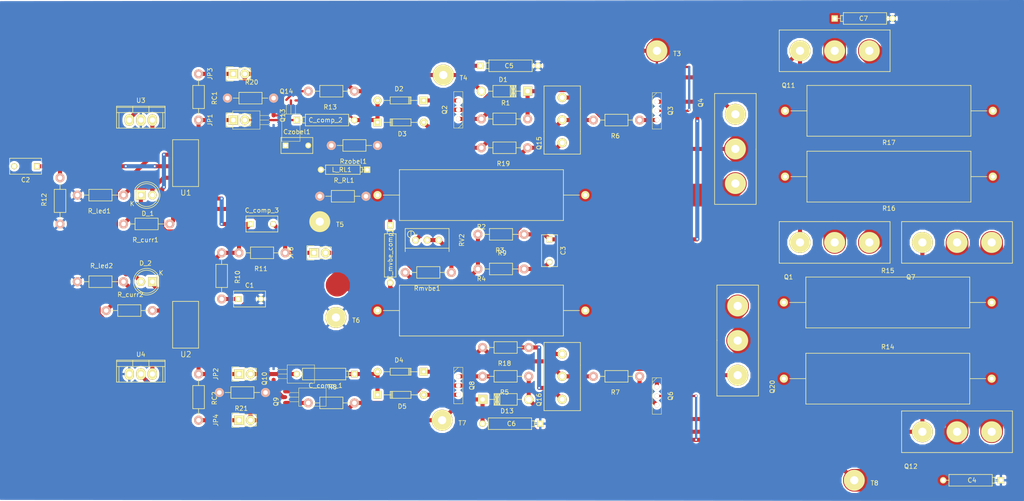
<source format=kicad_pcb>
(kicad_pcb (version 4) (host pcbnew 0.201512080931+6353~38~ubuntu14.04.1-stable)
  (layers (0 F.Cu signal) (31 B.Cu signal) (34 B.Paste user) (35 F.Paste user) (36 B.SilkS user) (37 F.SilkS user) (38 B.Mask user) (39 F.Mask user) (44 Edge.Cuts user))
  (net 0 "")
  (net 1 "Net-(C1-Pad1)")
  (net 2 EntradaGND)
  (net 3 "Net-(C2-Pad1)")
  (net 4 "Net-(C3-Pad1)")
  (net 5 "Net-(C3-Pad2)")
  (net 6 -50)
  (net 7 +15)
  (net 8 -15)
  (net 9 +50)
  (net 10 "Net-(C_comp_1-Pad1)")
  (net 11 "Net-(C_comp_1-Pad2)")
  (net 12 "Net-(C_comp_2-Pad1)")
  (net 13 "Net-(C_comp_2-Pad2)")
  (net 14 "Net-(C_comp_3-Pad1)")
  (net 15 "Net-(C_comp_3-Pad2)")
  (net 16 "Net-(C_mvbe_comp1-Pad1)")
  (net 17 "Net-(C_mvbe_comp1-Pad2)")
  (net 18 "Net-(D1-Pad1)")
  (net 19 "Net-(D2-Pad1)")
  (net 20 "Net-(D5-Pad2)")
  (net 21 "Net-(D13-Pad2)")
  (net 22 "Net-(D_1-Pad1)")
  (net 23 "Net-(D_1-Pad2)")
  (net 24 "Net-(D_2-Pad1)")
  (net 25 "Net-(D_2-Pad2)")
  (net 26 "Net-(JP1-Pad1)")
  (net 27 "Net-(JP2-Pad1)")
  (net 28 "Net-(JP3-Pad1)")
  (net 29 "Net-(JP4-Pad1)")
  (net 30 Realim)
  (net 31 "Net-(Q1-Pad1)")
  (net 32 "Net-(Q1-Pad3)")
  (net 33 "Net-(Q3-Pad3)")
  (net 34 "Net-(Q4-Pad3)")
  (net 35 "Net-(Q6-Pad3)")
  (net 36 "Net-(Q12-Pad1)")
  (net 37 "Net-(Q7-Pad3)")
  (net 38 "Net-(Q10-Pad1)")
  (net 39 "Net-(Q9-Pad1)")
  (net 40 "Net-(Q11-Pad3)")
  (net 41 "Net-(Q12-Pad3)")
  (net 42 "Net-(Q13-Pad1)")
  (net 43 "Net-(Q14-Pad1)")
  (net 44 "Net-(Q15-Pad1)")
  (net 45 "Net-(Q15-Pad3)")
  (net 46 "Net-(Q16-Pad3)")
  (net 47 "Net-(Q20-Pad3)")
  (net 48 "Net-(RV2-Pad2)")
  (net 49 "Net-(R_curr1-Pad1)")
  (net 50 "Net-(U1-Pad1)")
  (net 51 "Net-(U1-Pad10)")
  (net 52 "Net-(U2-Pad16)")
  (net 53 "Net-(U2-Pad12)")
  (net 54 Entrada)
  (net 55 "Net-(R_curr2-Pad2)")
  (net 56 "Net-(Czobel1-Pad2)")
  (net 57 Salida)
  (module TO_SOT_Packages_THT:SOT126_SOT32_Housing_Vertical (layer F.Cu) (at 114.3 70.136 90)
    (fp_text reference Q2 (at 0 -3 90) (layer F.SilkS))
    (fp_text value MJE340)
    (pad 2 thru_hole circle (at 0 0 90) (size 1 1) (drill 1) (layers *.Cu *.Mask F.SilkS) (net 9 +50))
    (pad 1 thru_hole circle (at -2 0 90) (size 1 1) (drill 1) (layers *.Cu *.Mask F.SilkS) (net 31 "Net-(Q1-Pad1)"))
    (pad 3 thru_hole circle (at 2 0 90) (size 1 1) (drill 1) (layers *.Cu *.Mask F.SilkS) (net 19 "Net-(D2-Pad1)"))
  )
  (module bibliotecas:Bornera_Chica (layer F.Cu) (at 137.16 128.828 270)
    (fp_text reference Q16 (at 5.08 5.08 270) (layer F.SilkS))
    (fp_text value MJE350)
    (pad 1 thru_hole circle (at -4.95 0 270) (size 2 2) (drill 1.1) (layers *.Mask B.Cu F.SilkS) (net 44 "Net-(Q15-Pad1)"))
    (pad 2 thru_hole circle (at -0.05 0 270) (size 2 2) (drill 1.1) (layers *.Mask B.Cu F.SilkS) (net 17 "Net-(C_mvbe_comp1-Pad2)"))
    (pad 3 thru_hole circle (at 5 0 270) (size 2 2) (drill 1.1) (layers *.Mask B.Cu F.SilkS) (net 46 "Net-(Q16-Pad3)"))
  )
  (module Capacitors_ThroughHole:C_Rect_L7_W3.5_P5 (layer F.Cu) (at 65.866 111.76)
    (fp_text reference C1 (at 2.5 -3) (layer F.SilkS))
    (fp_text value 1m)
    (pad 1 thru_hole rect (at 0 0) (size 1.3 1.3) (drill 0.8) (layers *.Cu *.Mask F.SilkS) (net 1 "Net-(C1-Pad1)"))
    (pad 2 thru_hole circle (at 5 0) (size 1.3 1.3) (drill 0.8) (layers *.Cu *.Mask F.SilkS) (net 2 EntradaGND))
  )
  (module Capacitors_ThroughHole:C_Rect_L7_W3.5_P5 (layer F.Cu) (at 21.59 82.55 180)
    (fp_text reference C2 (at 2.5 -3 180) (layer F.SilkS))
    (fp_text value 47u)
    (pad 1 thru_hole rect (at 0 0 180) (size 1.3 1.3) (drill 0.8) (layers *.Cu *.Mask F.SilkS) (net 3 "Net-(C2-Pad1)"))
    (pad 2 thru_hole circle (at 5 0 180) (size 1.3 1.3) (drill 0.8) (layers *.Cu *.Mask F.SilkS) (net 54 Entrada))
  )
  (module Capacitors_ThroughHole:C_Rect_L7_W3.5_P5 (layer F.Cu) (at 134.366 98.632 270)
    (fp_text reference C3 (at 2.5 -3 270) (layer F.SilkS))
    (fp_text value 10n)
    (pad 1 thru_hole rect (at 0 0 270) (size 1.3 1.3) (drill 0.8) (layers *.Cu *.Mask F.SilkS) (net 4 "Net-(C3-Pad1)"))
    (pad 2 thru_hole circle (at 5 0 270) (size 1.3 1.3) (drill 0.8) (layers *.Cu *.Mask F.SilkS) (net 5 "Net-(C3-Pad2)"))
  )
  (module Discret:CP5 (layer F.Cu) (at 227.33 151.638 180)
    (fp_text reference C4 (at 0 0 180) (layer F.SilkS))
    (fp_text value 220u)
    (pad 1 thru_hole rect (at -6.35 0 180) (size 1.397 1.397) (drill 0.8128) (layers *.Cu *.Mask F.SilkS) (net 2 EntradaGND))
    (pad 2 thru_hole circle (at 6.35 0 180) (size 1.397 1.397) (drill 0.8128) (layers *.Cu *.Mask F.SilkS) (net 6 -50))
  )
  (module Discret:CP5 (layer F.Cu) (at 125.476 60.452)
    (fp_text reference C5 (at 0 0) (layer F.SilkS))
    (fp_text value 220u)
    (pad 1 thru_hole rect (at -6.35 0) (size 1.397 1.397) (drill 0.8128) (layers *.Cu *.Mask F.SilkS) (net 7 +15))
    (pad 2 thru_hole circle (at 6.35 0) (size 1.397 1.397) (drill 0.8128) (layers *.Cu *.Mask F.SilkS) (net 2 EntradaGND))
  )
  (module Discret:CP5 (layer F.Cu) (at 125.984 139.192 180)
    (fp_text reference C6 (at 0 0 180) (layer F.SilkS))
    (fp_text value 220u)
    (pad 1 thru_hole rect (at -6.35 0 180) (size 1.397 1.397) (drill 0.8128) (layers *.Cu *.Mask F.SilkS) (net 2 EntradaGND))
    (pad 2 thru_hole circle (at 6.35 0 180) (size 1.397 1.397) (drill 0.8128) (layers *.Cu *.Mask F.SilkS) (net 8 -15))
  )
  (module Discret:CP5 (layer F.Cu) (at 203.454 50.038)
    (fp_text reference C7 (at 0 0) (layer F.SilkS))
    (fp_text value 220u)
    (pad 1 thru_hole rect (at -6.35 0) (size 1.397 1.397) (drill 0.8128) (layers *.Cu *.Mask F.SilkS) (net 9 +50))
    (pad 2 thru_hole circle (at 6.35 0) (size 1.397 1.397) (drill 0.8128) (layers *.Cu *.Mask F.SilkS) (net 2 EntradaGND))
  )
  (module Discret:CP5 (layer F.Cu) (at 85.09 128.27 180)
    (fp_text reference C_comp_1 (at 0 -2.54 180) (layer F.SilkS))
    (fp_text value 40p)
    (pad 1 thru_hole rect (at -6.35 0 180) (size 1.397 1.397) (drill 0.8128) (layers *.Cu *.Mask F.SilkS) (net 10 "Net-(C_comp_1-Pad1)"))
    (pad 2 thru_hole circle (at 6.35 0 180) (size 1.397 1.397) (drill 0.8128) (layers *.Cu *.Mask F.SilkS) (net 11 "Net-(C_comp_1-Pad2)"))
  )
  (module Discret:CP5 (layer F.Cu) (at 85.09 72.39)
    (fp_text reference C_comp_2 (at 0 0) (layer F.SilkS))
    (fp_text value 40p)
    (pad 1 thru_hole rect (at -6.35 0) (size 1.397 1.397) (drill 0.8128) (layers *.Cu *.Mask F.SilkS) (net 12 "Net-(C_comp_2-Pad1)"))
    (pad 2 thru_hole circle (at 6.35 0) (size 1.397 1.397) (drill 0.8128) (layers *.Cu *.Mask F.SilkS) (net 13 "Net-(C_comp_2-Pad2)"))
  )
  (module Capacitors_ThroughHole:C_Rect_L7_W3.5_P5 (layer F.Cu) (at 68.58 95.25)
    (fp_text reference C_comp_3 (at 2.5 -3) (layer F.SilkS))
    (fp_text value 4p)
    (pad 1 thru_hole rect (at 0 0) (size 1.3 1.3) (drill 0.8) (layers *.Cu *.Mask F.SilkS) (net 14 "Net-(C_comp_3-Pad1)"))
    (pad 2 thru_hole circle (at 5 0) (size 1.3 1.3) (drill 0.8) (layers *.Cu *.Mask F.SilkS) (net 15 "Net-(C_comp_3-Pad2)"))
  )
  (module Discret:CP5 (layer F.Cu) (at 99.314 101.854 270)
    (fp_text reference C_mvbe_comp1 (at 0 0 270) (layer F.SilkS))
    (fp_text value 20n)
    (pad 1 thru_hole rect (at -6.35 0 270) (size 1.397 1.397) (drill 0.8128) (layers *.Cu *.Mask F.SilkS) (net 16 "Net-(C_mvbe_comp1-Pad1)"))
    (pad 2 thru_hole circle (at 6.35 0 270) (size 1.397 1.397) (drill 0.8128) (layers *.Cu *.Mask F.SilkS) (net 17 "Net-(C_mvbe_comp1-Pad2)"))
  )
  (module Diodes_ThroughHole:Diode_DO-41_SOD81_Horizontal_RM10 (layer F.Cu) (at 129.54 66.03746 180)
    (fp_text reference D1 (at 5.38734 2.53746 180) (layer F.SilkS))
    (fp_text value MBR1645)
    (pad 2 thru_hole circle (at 10.16 -0.00254) (size 1.99898 1.99898) (drill 1.27) (layers *.Cu *.Mask F.SilkS) (net 7 +15))
    (pad 1 thru_hole rect (at 0 -0.00254) (size 1.99898 1.99898) (drill 1.00076) (layers *.Cu *.Mask F.SilkS) (net 18 "Net-(D1-Pad1)"))
  )
  (module Diodes_ThroughHole:Diode_DO-35_SOD27_Horizontal_RM10 (layer F.Cu) (at 106.68052 68.06946 180)
    (fp_text reference D2 (at 5.43052 2.53746 180) (layer F.SilkS))
    (fp_text value D1N4148)
    (pad 2 thru_hole circle (at 10.16052 -0.00254) (size 1.69926 1.69926) (drill 0.70104) (layers *.Cu *.Mask F.SilkS) (net 13 "Net-(C_comp_2-Pad2)"))
    (pad 1 thru_hole rect (at 0.00052 -0.00254) (size 1.69926 1.69926) (drill 0.70104) (layers *.Cu *.Mask F.SilkS) (net 19 "Net-(D2-Pad1)"))
  )
  (module Diodes_ThroughHole:Diode_DO-35_SOD27_Horizontal_RM10 (layer F.Cu) (at 96.51948 72.90054)
    (fp_text reference D3 (at 5.43052 2.53746) (layer F.SilkS))
    (fp_text value D1N746)
    (pad 2 thru_hole circle (at 10.16052 -0.00254 180) (size 1.69926 1.69926) (drill 0.70104) (layers *.Cu *.Mask F.SilkS) (net 16 "Net-(C_mvbe_comp1-Pad1)"))
    (pad 1 thru_hole rect (at 0.00052 -0.00254 180) (size 1.69926 1.69926) (drill 0.70104) (layers *.Cu *.Mask F.SilkS) (net 13 "Net-(C_comp_2-Pad2)"))
  )
  (module Diodes_ThroughHole:Diode_DO-35_SOD27_Horizontal_RM10 (layer F.Cu) (at 106.68052 127.75946 180)
    (fp_text reference D4 (at 5.43052 2.53746 180) (layer F.SilkS))
    (fp_text value D1N746)
    (pad 2 thru_hole circle (at 10.16052 -0.00254) (size 1.69926 1.69926) (drill 0.70104) (layers *.Cu *.Mask F.SilkS) (net 10 "Net-(C_comp_1-Pad1)"))
    (pad 1 thru_hole rect (at 0.00052 -0.00254) (size 1.69926 1.69926) (drill 0.70104) (layers *.Cu *.Mask F.SilkS) (net 17 "Net-(C_mvbe_comp1-Pad2)"))
  )
  (module Diodes_ThroughHole:Diode_DO-35_SOD27_Horizontal_RM10 (layer F.Cu) (at 96.51948 132.84454)
    (fp_text reference D5 (at 5.43052 2.53746) (layer F.SilkS))
    (fp_text value D1N4148)
    (pad 2 thru_hole circle (at 10.16052 -0.00254 180) (size 1.69926 1.69926) (drill 0.70104) (layers *.Cu *.Mask F.SilkS) (net 20 "Net-(D5-Pad2)"))
    (pad 1 thru_hole rect (at 0.00052 -0.00254 180) (size 1.69926 1.69926) (drill 0.70104) (layers *.Cu *.Mask F.SilkS) (net 10 "Net-(C_comp_1-Pad1)"))
  )
  (module Diodes_ThroughHole:Diode_DO-41_SOD81_Horizontal_RM10 (layer F.Cu) (at 119.634 133.86054)
    (fp_text reference D13 (at 5.38734 2.53746) (layer F.SilkS))
    (fp_text value D)
    (pad 2 thru_hole circle (at 10.16 -0.00254 180) (size 1.99898 1.99898) (drill 1.27) (layers *.Cu *.Mask F.SilkS) (net 21 "Net-(D13-Pad2)"))
    (pad 1 thru_hole rect (at 0 -0.00254 180) (size 1.99898 1.99898) (drill 1.00076) (layers *.Cu *.Mask F.SilkS) (net 8 -15))
  )
  (module LEDs:LED-5MM (layer F.Cu) (at 44.45 88.9)
    (fp_text reference D_1 (at 1.524 4.064) (layer F.SilkS))
    (fp_text value LED)
    (fp_text user K (at -1.905 1.905) (layer F.SilkS))
    (pad 1 thru_hole rect (at 0 0 90) (size 2 1.9) (drill 1.00076) (layers *.Cu *.Mask F.SilkS) (net 22 "Net-(D_1-Pad1)"))
    (pad 2 thru_hole circle (at 2.54 0) (size 1.9 1.9) (drill 1.00076) (layers *.Cu *.Mask F.SilkS) (net 23 "Net-(D_1-Pad2)"))
  )
  (module LEDs:LED-5MM (layer F.Cu) (at 46.99 107.95 180)
    (fp_text reference D_2 (at 1.524 4.064 180) (layer F.SilkS))
    (fp_text value LED)
    (fp_text user K (at -1.905 1.905 180) (layer F.SilkS))
    (pad 1 thru_hole rect (at 0 0 270) (size 2 1.9) (drill 1.00076) (layers *.Cu *.Mask F.SilkS) (net 24 "Net-(D_2-Pad1)"))
    (pad 2 thru_hole circle (at 2.54 0 180) (size 1.9 1.9) (drill 1.00076) (layers *.Cu *.Mask F.SilkS) (net 25 "Net-(D_2-Pad2)"))
  )
  (module Pin_Headers:Pin_Header_Straight_1x02 (layer F.Cu) (at 64.77 72.39 90)
    (fp_text reference JP1 (at 0 -5.1 90) (layer F.SilkS))
    (fp_text value JUMPER)
    (pad 1 thru_hole rect (at 0 0 90) (size 2.032 2.032) (drill 1.016) (layers *.Cu *.Mask F.SilkS) (net 26 "Net-(JP1-Pad1)"))
    (pad 2 thru_hole oval (at 0 2.54 90) (size 2.032 2.032) (drill 1.016) (layers *.Cu *.Mask F.SilkS) (net 12 "Net-(C_comp_2-Pad1)"))
  )
  (module Pin_Headers:Pin_Header_Straight_1x02 (layer F.Cu) (at 66.04 128.27 90)
    (fp_text reference JP2 (at 0 -5.1 90) (layer F.SilkS))
    (fp_text value JUMPER)
    (pad 1 thru_hole rect (at 0 0 90) (size 2.032 2.032) (drill 1.016) (layers *.Cu *.Mask F.SilkS) (net 27 "Net-(JP2-Pad1)"))
    (pad 2 thru_hole oval (at 0 2.54 90) (size 2.032 2.032) (drill 1.016) (layers *.Cu *.Mask F.SilkS) (net 11 "Net-(C_comp_1-Pad2)"))
  )
  (module Pin_Headers:Pin_Header_Straight_1x02 (layer F.Cu) (at 64.77 62.23 90)
    (fp_text reference JP3 (at 0 -5.1 90) (layer F.SilkS))
    (fp_text value JUMPER)
    (pad 1 thru_hole rect (at 0 0 90) (size 2.032 2.032) (drill 1.016) (layers *.Cu *.Mask F.SilkS) (net 28 "Net-(JP3-Pad1)"))
    (pad 2 thru_hole oval (at 0 2.54 90) (size 2.032 2.032) (drill 1.016) (layers *.Cu *.Mask F.SilkS) (net 9 +50))
  )
  (module Pin_Headers:Pin_Header_Straight_1x02 (layer F.Cu) (at 66.04 138.43 90)
    (fp_text reference JP4 (at 0 -5.1 90) (layer F.SilkS))
    (fp_text value JUMPER)
    (pad 1 thru_hole rect (at 0 0 90) (size 2.032 2.032) (drill 1.016) (layers *.Cu *.Mask F.SilkS) (net 29 "Net-(JP4-Pad1)"))
    (pad 2 thru_hole oval (at 0 2.54 90) (size 2.032 2.032) (drill 1.016) (layers *.Cu *.Mask F.SilkS) (net 6 -50))
  )
  (module Pin_Headers:Pin_Header_Straight_1x02 (layer F.Cu) (at 82.55 101.6 90)
    (fp_text reference JP5 (at 0 -5.1 90) (layer F.SilkS))
    (fp_text value JUMPER)
    (pad 1 thru_hole rect (at 0 0 90) (size 2.032 2.032) (drill 1.016) (layers *.Cu *.Mask F.SilkS) (net 15 "Net-(C_comp_3-Pad2)"))
    (pad 2 thru_hole oval (at 0 2.54 90) (size 2.032 2.032) (drill 1.016) (layers *.Cu *.Mask F.SilkS) (net 30 Realim))
  )
  (module bibliotecas:DT-25-B01W-03 (layer F.Cu) (at 197.104 99.314)
    (fp_text reference Q1 (at -10.16 7.62) (layer F.SilkS))
    (fp_text value 2SC3281)
    (pad 1 thru_hole circle (at -7.62 0) (size 4.6 4.6) (drill 1.8) (layers *.Mask B.Cu F.SilkS) (net 31 "Net-(Q1-Pad1)"))
    (pad 2 thru_hole circle (at 0 0) (size 4.6 4.6) (drill 1.8) (layers *.Mask B.Cu F.SilkS) (net 9 +50))
    (pad 3 thru_hole circle (at 7.62 0) (size 4.6 4.6) (drill 1.8) (layers *.Mask B.Cu F.SilkS) (net 32 "Net-(Q1-Pad3)"))
  )
  (module TO_SOT_Packages_THT:SOT126_SOT32_Housing_Vertical (layer F.Cu) (at 157.988 70.358 270)
    (fp_text reference Q3 (at 0 -3 270) (layer F.SilkS))
    (fp_text value MJE340)
    (pad 2 thru_hole circle (at 0 0 270) (size 1 1) (drill 1) (layers *.Cu *.Mask F.SilkS) (net 9 +50))
    (pad 1 thru_hole circle (at -2 0 270) (size 1 1) (drill 1) (layers *.Cu *.Mask F.SilkS) (net 4 "Net-(C3-Pad1)"))
    (pad 3 thru_hole circle (at 2 0 270) (size 1 1) (drill 1) (layers *.Cu *.Mask F.SilkS) (net 33 "Net-(Q3-Pad3)"))
  )
  (module bibliotecas:DT-25-B01W-03 (layer F.Cu) (at 175.26 78.74 270)
    (fp_text reference Q4 (at -10.16 7.62 270) (layer F.SilkS))
    (fp_text value 2SC3281)
    (pad 1 thru_hole circle (at -7.62 0 270) (size 4.6 4.6) (drill 1.8) (layers *.Mask B.Cu F.SilkS) (net 4 "Net-(C3-Pad1)"))
    (pad 2 thru_hole circle (at 0 0 270) (size 4.6 4.6) (drill 1.8) (layers *.Mask B.Cu F.SilkS) (net 18 "Net-(D1-Pad1)"))
    (pad 3 thru_hole circle (at 7.62 0 270) (size 4.6 4.6) (drill 1.8) (layers *.Mask B.Cu F.SilkS) (net 34 "Net-(Q4-Pad3)"))
  )
  (module TO_SOT_Packages_THT:SOT126_SOT32_Housing_Vertical (layer F.Cu) (at 157.988 133.096 270)
    (fp_text reference Q6 (at 0 -3 270) (layer F.SilkS))
    (fp_text value MJE350)
    (pad 2 thru_hole circle (at 0 0 270) (size 1 1) (drill 1) (layers *.Cu *.Mask F.SilkS) (net 6 -50))
    (pad 1 thru_hole circle (at -2 0 270) (size 1 1) (drill 1) (layers *.Cu *.Mask F.SilkS) (net 5 "Net-(C3-Pad2)"))
    (pad 3 thru_hole circle (at 2 0 270) (size 1 1) (drill 1) (layers *.Cu *.Mask F.SilkS) (net 35 "Net-(Q6-Pad3)"))
  )
  (module bibliotecas:DT-25-B01W-03 (layer F.Cu) (at 224.028 99.314)
    (fp_text reference Q7 (at -10.16 7.62) (layer F.SilkS))
    (fp_text value 2SA1302)
    (pad 1 thru_hole circle (at -7.62 0) (size 4.6 4.6) (drill 1.8) (layers *.Mask B.Cu F.SilkS) (net 36 "Net-(Q12-Pad1)"))
    (pad 2 thru_hole circle (at 0 0) (size 4.6 4.6) (drill 1.8) (layers *.Mask B.Cu F.SilkS) (net 6 -50))
    (pad 3 thru_hole circle (at 7.62 0) (size 4.6 4.6) (drill 1.8) (layers *.Mask B.Cu F.SilkS) (net 37 "Net-(Q7-Pad3)"))
  )
  (module TO_SOT_Packages_THT:SOT126_SOT32_Housing_Vertical (layer F.Cu) (at 114.3 130.81 270)
    (fp_text reference Q8 (at 0 -3 270) (layer F.SilkS))
    (fp_text value MJE350)
    (pad 2 thru_hole circle (at 0 0 270) (size 1 1) (drill 1) (layers *.Cu *.Mask F.SilkS) (net 6 -50))
    (pad 1 thru_hole circle (at -2 0 270) (size 1 1) (drill 1) (layers *.Cu *.Mask F.SilkS) (net 36 "Net-(Q12-Pad1)"))
    (pad 3 thru_hole circle (at 2 0 270) (size 1 1) (drill 1) (layers *.Cu *.Mask F.SilkS) (net 20 "Net-(D5-Pad2)"))
  )
  (module TO_SOT_Packages_THT:TO-92_Horizontal1_Inline_Narrow_Oval (layer F.Cu) (at 76.2 134.35 90)
    (fp_text reference Q9 (at 0 -2 270) (layer F.SilkS))
    (fp_text value MPSA42)
    (pad 2 thru_hole oval (at 1 0 270) (size 0 1) (drill 0.762) (layers *.Cu *.Mask F.SilkS) (net 38 "Net-(Q10-Pad1)"))
    (pad 3 thru_hole oval (at 2 0 270) (size 0 1) (drill 0.762) (layers *.Cu *.Mask F.SilkS) (net 10 "Net-(C_comp_1-Pad1)"))
    (pad 1 thru_hole oval (at 0 0 270) (size 0 1) (drill 0.762) (layers *.Cu *.Mask F.SilkS) (net 39 "Net-(Q9-Pad1)"))
  )
  (module TO_SOT_Packages_THT:TO-92_Horizontal1_Inline_Narrow_Oval (layer F.Cu) (at 73.66 129.27 90)
    (fp_text reference Q10 (at 0 -2 270) (layer F.SilkS))
    (fp_text value MPSA42)
    (pad 2 thru_hole oval (at 1 0 270) (size 0 1) (drill 0.762) (layers *.Cu *.Mask F.SilkS) (net 11 "Net-(C_comp_1-Pad2)"))
    (pad 3 thru_hole oval (at 2 0 270) (size 0 1) (drill 0.762) (layers *.Cu *.Mask F.SilkS) (net 2 EntradaGND))
    (pad 1 thru_hole oval (at 0 0 270) (size 0 1) (drill 0.762) (layers *.Cu *.Mask F.SilkS) (net 38 "Net-(Q10-Pad1)"))
  )
  (module bibliotecas:DT-25-B01W-03 (layer F.Cu) (at 197.104 57.15)
    (fp_text reference Q11 (at -10.16 7.62) (layer F.SilkS))
    (fp_text value 2SC3281)
    (pad 1 thru_hole circle (at -7.62 0) (size 4.6 4.6) (drill 1.8) (layers *.Mask B.Cu F.SilkS) (net 31 "Net-(Q1-Pad1)"))
    (pad 2 thru_hole circle (at 0 0) (size 4.6 4.6) (drill 1.8) (layers *.Mask B.Cu F.SilkS) (net 9 +50))
    (pad 3 thru_hole circle (at 7.62 0) (size 4.6 4.6) (drill 1.8) (layers *.Mask B.Cu F.SilkS) (net 40 "Net-(Q11-Pad3)"))
  )
  (module bibliotecas:DT-25-B01W-03 (layer F.Cu) (at 224.028 140.97)
    (fp_text reference Q12 (at -10.16 7.62) (layer F.SilkS))
    (fp_text value 2SA1302)
    (pad 1 thru_hole circle (at -7.62 0) (size 4.6 4.6) (drill 1.8) (layers *.Mask B.Cu F.SilkS) (net 36 "Net-(Q12-Pad1)"))
    (pad 2 thru_hole circle (at 0 0) (size 4.6 4.6) (drill 1.8) (layers *.Mask B.Cu F.SilkS) (net 6 -50))
    (pad 3 thru_hole circle (at 7.62 0) (size 4.6 4.6) (drill 1.8) (layers *.Mask B.Cu F.SilkS) (net 41 "Net-(Q12-Pad3)"))
  )
  (module TO_SOT_Packages_THT:TO-92_Horizontal1_Inline_Narrow_Oval (layer F.Cu) (at 73.66 71.39 270)
    (fp_text reference Q13 (at 0 -2 450) (layer F.SilkS))
    (fp_text value MPSA92)
    (pad 2 thru_hole oval (at 1 0 90) (size 0 1) (drill 0.762) (layers *.Cu *.Mask F.SilkS) (net 12 "Net-(C_comp_2-Pad1)"))
    (pad 3 thru_hole oval (at 2 0 90) (size 0 1) (drill 0.762) (layers *.Cu *.Mask F.SilkS) (net 2 EntradaGND))
    (pad 1 thru_hole oval (at 0 0 90) (size 0 1) (drill 0.762) (layers *.Cu *.Mask F.SilkS) (net 42 "Net-(Q13-Pad1)"))
  )
  (module TO_SOT_Packages_THT:TO-92_Horizontal1_Inline_Narrow_Oval (layer F.Cu) (at 76.47 68.072)
    (fp_text reference Q14 (at 0 -2 180) (layer F.SilkS))
    (fp_text value MPSA92)
    (pad 2 thru_hole oval (at 1 0 180) (size 0 1) (drill 0.762) (layers *.Cu *.Mask F.SilkS) (net 42 "Net-(Q13-Pad1)"))
    (pad 3 thru_hole oval (at 2 0 180) (size 0 1) (drill 0.762) (layers *.Cu *.Mask F.SilkS) (net 13 "Net-(C_comp_2-Pad2)"))
    (pad 1 thru_hole oval (at 0 0 180) (size 0 1) (drill 0.762) (layers *.Cu *.Mask F.SilkS) (net 43 "Net-(Q14-Pad1)"))
  )
  (module bibliotecas:Bornera_Chica (layer F.Cu) (at 137.16 72.39 270)
    (fp_text reference Q15 (at 5.08 5.08 270) (layer F.SilkS))
    (fp_text value MJE340)
    (pad 1 thru_hole circle (at -4.95 0 270) (size 2 2) (drill 1.1) (layers *.Mask B.Cu F.SilkS) (net 44 "Net-(Q15-Pad1)"))
    (pad 2 thru_hole circle (at -0.05 0 270) (size 2 2) (drill 1.1) (layers *.Mask B.Cu F.SilkS) (net 16 "Net-(C_mvbe_comp1-Pad1)"))
    (pad 3 thru_hole circle (at 5 0 270) (size 2 2) (drill 1.1) (layers *.Mask B.Cu F.SilkS) (net 45 "Net-(Q15-Pad3)"))
  )
  (module bibliotecas:DT-25-B01W-03 (layer F.Cu) (at 175.768 120.904 90)
    (fp_text reference Q20 (at -10.16 7.62 90) (layer F.SilkS))
    (fp_text value 2SA1302)
    (pad 1 thru_hole circle (at -7.62 0 90) (size 4.6 4.6) (drill 1.8) (layers *.Mask B.Cu F.SilkS) (net 5 "Net-(C3-Pad2)"))
    (pad 2 thru_hole circle (at 0 0 90) (size 4.6 4.6) (drill 1.8) (layers *.Mask B.Cu F.SilkS) (net 21 "Net-(D13-Pad2)"))
    (pad 3 thru_hole circle (at 7.62 0 90) (size 4.6 4.6) (drill 1.8) (layers *.Mask B.Cu F.SilkS) (net 47 "Net-(Q20-Pad3)"))
  )
  (module Resistors_ThroughHole:Resistor_Horizontal_RM10mm (layer F.Cu) (at 124.46 72.136)
    (fp_text reference R1 (at 0.24892 -3.50012) (layer F.SilkS))
    (fp_text value 100R)
    (pad 1 thru_hole circle (at -5.08 0) (size 1.99898 1.99898) (drill 1.00076) (layers *.Cu *.SilkS *.Mask) (net 31 "Net-(Q1-Pad1)"))
    (pad 2 thru_hole circle (at 5.08 0) (size 1.99898 1.99898) (drill 1.00076) (layers *.Cu *.SilkS *.Mask) (net 18 "Net-(D1-Pad1)"))
  )
  (module Resistors_ThroughHole:Resistor_Ceramic_Horizontal_L36mm-W11mm-H10mm-p45mm (layer F.Cu) (at 119.38 88.9 180)
    (fp_text reference R2 (at 0 -6.985 180) (layer F.SilkS))
    (fp_text value 0R25)
    (pad 1 thru_hole circle (at -22.86 0) (size 1.8 1.8) (drill 0.9) (layers *.Cu *.Mask F.SilkS) (net 34 "Net-(Q4-Pad3)"))
    (pad 2 thru_hole circle (at 22.86 0) (size 1.8 1.8) (drill 0.9) (layers *.Cu *.Mask F.SilkS) (net 30 Realim))
  )
  (module Resistors_ThroughHole:Resistor_Horizontal_RM10mm (layer F.Cu) (at 123.698 97.536 180)
    (fp_text reference R3 (at 0.24892 -3.50012 180) (layer F.SilkS))
    (fp_text value 100R)
    (pad 1 thru_hole circle (at -5.08 0 180) (size 1.99898 1.99898) (drill 1.00076) (layers *.Cu *.SilkS *.Mask) (net 4 "Net-(C3-Pad1)"))
    (pad 2 thru_hole circle (at 5.08 0 180) (size 1.99898 1.99898) (drill 1.00076) (layers *.Cu *.SilkS *.Mask) (net 30 Realim))
  )
  (module Resistors_ThroughHole:Resistor_Ceramic_Horizontal_L36mm-W11mm-H10mm-p45mm (layer F.Cu) (at 119.38 114.3)
    (fp_text reference R4 (at 0 -6.985) (layer F.SilkS))
    (fp_text value 0R25)
    (pad 1 thru_hole circle (at -22.86 0 180) (size 1.8 1.8) (drill 0.9) (layers *.Cu *.Mask F.SilkS) (net 30 Realim))
    (pad 2 thru_hole circle (at 22.86 0 180) (size 1.8 1.8) (drill 0.9) (layers *.Cu *.Mask F.SilkS) (net 47 "Net-(Q20-Pad3)"))
  )
  (module Resistors_ThroughHole:Resistor_Horizontal_RM10mm (layer F.Cu) (at 124.714 128.778 180)
    (fp_text reference R5 (at 0.24892 -3.50012 180) (layer F.SilkS))
    (fp_text value 100R)
    (pad 1 thru_hole circle (at -5.08 0 180) (size 1.99898 1.99898) (drill 1.00076) (layers *.Cu *.SilkS *.Mask) (net 21 "Net-(D13-Pad2)"))
    (pad 2 thru_hole circle (at 5.08 0 180) (size 1.99898 1.99898) (drill 1.00076) (layers *.Cu *.SilkS *.Mask) (net 36 "Net-(Q12-Pad1)"))
  )
  (module Resistors_ThroughHole:Resistor_Horizontal_RM10mm (layer F.Cu) (at 149.098 72.39 180)
    (fp_text reference R6 (at 0.24892 -3.50012 180) (layer F.SilkS))
    (fp_text value 100R)
    (pad 1 thru_hole circle (at -5.08 0 180) (size 1.99898 1.99898) (drill 1.00076) (layers *.Cu *.SilkS *.Mask) (net 33 "Net-(Q3-Pad3)"))
    (pad 2 thru_hole circle (at 5.08 0 180) (size 1.99898 1.99898) (drill 1.00076) (layers *.Cu *.SilkS *.Mask) (net 16 "Net-(C_mvbe_comp1-Pad1)"))
  )
  (module Resistors_ThroughHole:Resistor_Horizontal_RM10mm (layer F.Cu) (at 149.098 128.778 180)
    (fp_text reference R7 (at 0.24892 -3.50012 180) (layer F.SilkS))
    (fp_text value 100R)
    (pad 1 thru_hole circle (at -5.08 0 180) (size 1.99898 1.99898) (drill 1.00076) (layers *.Cu *.SilkS *.Mask) (net 35 "Net-(Q6-Pad3)"))
    (pad 2 thru_hole circle (at 5.08 0 180) (size 1.99898 1.99898) (drill 1.00076) (layers *.Cu *.SilkS *.Mask) (net 17 "Net-(C_mvbe_comp1-Pad2)"))
  )
  (module Resistors_ThroughHole:Resistor_Horizontal_RM10mm (layer F.Cu) (at 86.36 134.62)
    (fp_text reference R8 (at 0.24892 -3.50012) (layer F.SilkS))
    (fp_text value 33R)
    (pad 1 thru_hole circle (at -5.08 0) (size 1.99898 1.99898) (drill 1.00076) (layers *.Cu *.SilkS *.Mask) (net 39 "Net-(Q9-Pad1)"))
    (pad 2 thru_hole circle (at 5.08 0) (size 1.99898 1.99898) (drill 1.00076) (layers *.Cu *.SilkS *.Mask) (net 6 -50))
  )
  (module Resistors_ThroughHole:Resistor_Horizontal_RM10mm (layer F.Cu) (at 123.698 105.156)
    (fp_text reference R9 (at 0.24892 -3.50012) (layer F.SilkS))
    (fp_text value 100R)
    (pad 1 thru_hole circle (at -5.08 0) (size 1.99898 1.99898) (drill 1.00076) (layers *.Cu *.SilkS *.Mask) (net 30 Realim))
    (pad 2 thru_hole circle (at 5.08 0) (size 1.99898 1.99898) (drill 1.00076) (layers *.Cu *.SilkS *.Mask) (net 5 "Net-(C3-Pad2)"))
  )
  (module Resistors_ThroughHole:Resistor_Horizontal_RM10mm (layer F.Cu) (at 62.23 106.68 270)
    (fp_text reference R10 (at 0.24892 -3.50012 270) (layer F.SilkS))
    (fp_text value 366R)
    (pad 1 thru_hole circle (at -5.08 0 270) (size 1.99898 1.99898) (drill 1.00076) (layers *.Cu *.SilkS *.Mask) (net 14 "Net-(C_comp_3-Pad1)"))
    (pad 2 thru_hole circle (at 5.08 0 270) (size 1.99898 1.99898) (drill 1.00076) (layers *.Cu *.SilkS *.Mask) (net 1 "Net-(C1-Pad1)"))
  )
  (module Resistors_ThroughHole:Resistor_Horizontal_RM10mm (layer F.Cu) (at 71.12 101.6 180)
    (fp_text reference R11 (at 0.24892 -3.50012 180) (layer F.SilkS))
    (fp_text value 10k)
    (pad 1 thru_hole circle (at -5.08 0 180) (size 1.99898 1.99898) (drill 1.00076) (layers *.Cu *.SilkS *.Mask) (net 15 "Net-(C_comp_3-Pad2)"))
    (pad 2 thru_hole circle (at 5.08 0 180) (size 1.99898 1.99898) (drill 1.00076) (layers *.Cu *.SilkS *.Mask) (net 14 "Net-(C_comp_3-Pad1)"))
  )
  (module Resistors_ThroughHole:Resistor_Horizontal_RM10mm (layer F.Cu) (at 26.67 90.17 90)
    (fp_text reference R12 (at 0.24892 -3.50012 90) (layer F.SilkS))
    (fp_text value 10k)
    (pad 1 thru_hole circle (at -5.08 0 90) (size 1.99898 1.99898) (drill 1.00076) (layers *.Cu *.SilkS *.Mask) (net 2 EntradaGND))
    (pad 2 thru_hole circle (at 5.08 0 90) (size 1.99898 1.99898) (drill 1.00076) (layers *.Cu *.SilkS *.Mask) (net 3 "Net-(C2-Pad1)"))
  )
  (module Resistors_ThroughHole:Resistor_Horizontal_RM10mm (layer F.Cu) (at 86.36 66.04 180)
    (fp_text reference R13 (at 0.24892 -3.50012 180) (layer F.SilkS))
    (fp_text value 33R)
    (pad 1 thru_hole circle (at -5.08 0 180) (size 1.99898 1.99898) (drill 1.00076) (layers *.Cu *.SilkS *.Mask) (net 9 +50))
    (pad 2 thru_hole circle (at 5.08 0 180) (size 1.99898 1.99898) (drill 1.00076) (layers *.Cu *.SilkS *.Mask) (net 43 "Net-(Q14-Pad1)"))
  )
  (module Resistors_ThroughHole:Resistor_Ceramic_Horizontal_L36mm-W11mm-H10mm-p45mm (layer F.Cu) (at 208.788 129.286)
    (fp_text reference R14 (at 0 -6.985) (layer F.SilkS))
    (fp_text value 0R1)
    (pad 1 thru_hole circle (at -22.86 0 180) (size 1.8 1.8) (drill 0.9) (layers *.Cu *.Mask F.SilkS) (net 21 "Net-(D13-Pad2)"))
    (pad 2 thru_hole circle (at 22.86 0 180) (size 1.8 1.8) (drill 0.9) (layers *.Cu *.Mask F.SilkS) (net 41 "Net-(Q12-Pad3)"))
  )
  (module Resistors_ThroughHole:Resistor_Ceramic_Horizontal_L36mm-W11mm-H10mm-p45mm (layer F.Cu) (at 208.788 112.522)
    (fp_text reference R15 (at 0 -6.985) (layer F.SilkS))
    (fp_text value 0R1)
    (pad 1 thru_hole circle (at -22.86 0 180) (size 1.8 1.8) (drill 0.9) (layers *.Cu *.Mask F.SilkS) (net 21 "Net-(D13-Pad2)"))
    (pad 2 thru_hole circle (at 22.86 0 180) (size 1.8 1.8) (drill 0.9) (layers *.Cu *.Mask F.SilkS) (net 37 "Net-(Q7-Pad3)"))
  )
  (module Resistors_ThroughHole:Resistor_Ceramic_Horizontal_L36mm-W11mm-H10mm-p45mm (layer F.Cu) (at 209.042 84.836 180)
    (fp_text reference R16 (at 0 -6.985 180) (layer F.SilkS))
    (fp_text value 0R1)
    (pad 1 thru_hole circle (at -22.86 0) (size 1.8 1.8) (drill 0.9) (layers *.Cu *.Mask F.SilkS) (net 32 "Net-(Q1-Pad3)"))
    (pad 2 thru_hole circle (at 22.86 0) (size 1.8 1.8) (drill 0.9) (layers *.Cu *.Mask F.SilkS) (net 18 "Net-(D1-Pad1)"))
  )
  (module Resistors_ThroughHole:Resistor_Ceramic_Horizontal_L36mm-W11mm-H10mm-p45mm (layer F.Cu) (at 209.042 70.358 180)
    (fp_text reference R17 (at 0 -6.985 360) (layer F.SilkS))
    (fp_text value 0R1)
    (pad 1 thru_hole circle (at -22.86 0) (size 1.8 1.8) (drill 0.9) (layers *.Cu *.Mask F.SilkS) (net 40 "Net-(Q11-Pad3)"))
    (pad 2 thru_hole circle (at 22.86 0) (size 1.8 1.8) (drill 0.9) (layers *.Cu *.Mask F.SilkS) (net 18 "Net-(D1-Pad1)"))
  )
  (module Resistors_ThroughHole:Resistor_Horizontal_RM10mm (layer F.Cu) (at 124.714 122.428 180)
    (fp_text reference R18 (at 0.24892 -3.50012 180) (layer F.SilkS))
    (fp_text value 150R)
    (pad 1 thru_hole circle (at -5.08 0 180) (size 1.99898 1.99898) (drill 1.00076) (layers *.Cu *.SilkS *.Mask) (net 46 "Net-(Q16-Pad3)"))
    (pad 2 thru_hole circle (at 5.08 0 180) (size 1.99898 1.99898) (drill 1.00076) (layers *.Cu *.SilkS *.Mask) (net 17 "Net-(C_mvbe_comp1-Pad2)"))
  )
  (module Resistors_ThroughHole:Resistor_Horizontal_RM10mm (layer F.Cu) (at 124.46 78.486 180)
    (fp_text reference R19 (at 0.24892 -3.50012 180) (layer F.SilkS))
    (fp_text value 150R)
    (pad 1 thru_hole circle (at -5.08 0 180) (size 1.99898 1.99898) (drill 1.00076) (layers *.Cu *.SilkS *.Mask) (net 45 "Net-(Q15-Pad3)"))
    (pad 2 thru_hole circle (at 5.08 0 180) (size 1.99898 1.99898) (drill 1.00076) (layers *.Cu *.SilkS *.Mask) (net 16 "Net-(C_mvbe_comp1-Pad1)"))
  )
  (module Resistors_ThroughHole:Resistor_Horizontal_RM10mm (layer F.Cu) (at 57.15 67.31 270)
    (fp_text reference RC1 (at 0.24892 -3.50012 270) (layer F.SilkS))
    (fp_text value 2.4k)
    (pad 1 thru_hole circle (at -5.08 0 270) (size 1.99898 1.99898) (drill 1.00076) (layers *.Cu *.SilkS *.Mask) (net 28 "Net-(JP3-Pad1)"))
    (pad 2 thru_hole circle (at 5.08 0 270) (size 1.99898 1.99898) (drill 1.00076) (layers *.Cu *.SilkS *.Mask) (net 26 "Net-(JP1-Pad1)"))
  )
  (module Resistors_ThroughHole:Resistor_Horizontal_RM10mm (layer F.Cu) (at 57.15 133.35 270)
    (fp_text reference RC2 (at 0.24892 -3.50012 270) (layer F.SilkS))
    (fp_text value 2.4k)
    (pad 1 thru_hole circle (at -5.08 0 270) (size 1.99898 1.99898) (drill 1.00076) (layers *.Cu *.SilkS *.Mask) (net 27 "Net-(JP2-Pad1)"))
    (pad 2 thru_hole circle (at 5.08 0 270) (size 1.99898 1.99898) (drill 1.00076) (layers *.Cu *.SilkS *.Mask) (net 29 "Net-(JP4-Pad1)"))
  )
  (module Resistors_ThroughHole:Resistor_Horizontal_RM10mm (layer F.Cu) (at 107.696 105.918 180)
    (fp_text reference Rmvbe1 (at 0.24892 -3.50012 180) (layer F.SilkS))
    (fp_text value 270R)
    (pad 1 thru_hole circle (at -5.08 0 180) (size 1.99898 1.99898) (drill 1.00076) (layers *.Cu *.SilkS *.Mask) (net 48 "Net-(RV2-Pad2)"))
    (pad 2 thru_hole circle (at 5.08 0 180) (size 1.99898 1.99898) (drill 1.00076) (layers *.Cu *.SilkS *.Mask) (net 46 "Net-(Q16-Pad3)"))
  )
  (module Potentiometers:Potentiometer_Bourns_3296W_3-8Zoll_Inline_ScrewUp (layer F.Cu) (at 104.902 98.806 270)
    (fp_text reference RV2 (at 0 -10.16 270) (layer F.SilkS))
    (fp_text value POT)
    (pad 2 thru_hole circle (at 0 -2.54 270) (size 1.524 1.524) (drill 0.8128) (layers *.Cu *.Mask F.SilkS) (net 48 "Net-(RV2-Pad2)"))
    (pad 3 thru_hole circle (at 0 -5.08 270) (size 1.524 1.524) (drill 0.8128) (layers *.Cu *.Mask F.SilkS) (net 48 "Net-(RV2-Pad2)"))
    (pad 1 thru_hole circle (at 0 0 270) (size 1.524 1.524) (drill 0.8128) (layers *.Cu *.Mask F.SilkS) (net 45 "Net-(Q15-Pad3)"))
  )
  (module Resistors_ThroughHole:Resistor_Horizontal_RM10mm (layer F.Cu) (at 45.72 95.25 180)
    (fp_text reference R_curr1 (at 0.24892 -3.50012 180) (layer F.SilkS))
    (fp_text value 820R)
    (pad 1 thru_hole circle (at -5.08 0 180) (size 1.99898 1.99898) (drill 1.00076) (layers *.Cu *.SilkS *.Mask) (net 49 "Net-(R_curr1-Pad1)"))
    (pad 2 thru_hole circle (at 5.08 0 180) (size 1.99898 1.99898) (drill 1.00076) (layers *.Cu *.SilkS *.Mask) (net 22 "Net-(D_1-Pad1)"))
  )
  (module Resistors_ThroughHole:Resistor_Horizontal_RM10mm (layer F.Cu) (at 41.91 114.3)
    (fp_text reference R_curr2 (at 0.24892 -3.50012) (layer F.SilkS))
    (fp_text value 820R)
    (pad 1 thru_hole circle (at -5.08 0) (size 1.99898 1.99898) (drill 1.00076) (layers *.Cu *.SilkS *.Mask) (net 25 "Net-(D_2-Pad2)"))
    (pad 2 thru_hole circle (at 5.08 0) (size 1.99898 1.99898) (drill 1.00076) (layers *.Cu *.SilkS *.Mask) (net 55 "Net-(R_curr2-Pad2)"))
  )
  (module Resistors_ThroughHole:Resistor_Horizontal_RM10mm (layer F.Cu) (at 35.56 88.9 180)
    (fp_text reference R_led1 (at 0.24892 -3.50012 180) (layer F.SilkS))
    (fp_text value 6.8k)
    (pad 1 thru_hole circle (at -5.08 0 180) (size 1.99898 1.99898) (drill 1.00076) (layers *.Cu *.SilkS *.Mask) (net 23 "Net-(D_1-Pad2)"))
    (pad 2 thru_hole circle (at 5.08 0 180) (size 1.99898 1.99898) (drill 1.00076) (layers *.Cu *.SilkS *.Mask) (net 2 EntradaGND))
  )
  (module Resistors_ThroughHole:Resistor_Horizontal_RM10mm (layer F.Cu) (at 35.56 107.95)
    (fp_text reference R_led2 (at 0.24892 -3.50012) (layer F.SilkS))
    (fp_text value 6.8k)
    (pad 1 thru_hole circle (at -5.08 0) (size 1.99898 1.99898) (drill 1.00076) (layers *.Cu *.SilkS *.Mask) (net 2 EntradaGND))
    (pad 2 thru_hole circle (at 5.08 0) (size 1.99898 1.99898) (drill 1.00076) (layers *.Cu *.SilkS *.Mask) (net 24 "Net-(D_2-Pad1)"))
  )
  (module bibliotecas:TORNILLO (layer F.Cu) (at 157.988 59.69)
    (fp_text reference T3 (at 4.445 -1.905) (layer F.SilkS))
    (fp_text value TORNILLO)
    (pad 1 thru_hole circle (at 0 -2.54) (size 4.6 4.6) (drill 1.8) (layers *.Mask B.Cu F.SilkS) (net 9 +50))
  )
  (module bibliotecas:TORNILLO (layer F.Cu) (at 110.998 65.024)
    (fp_text reference T4 (at 4.445 -1.905) (layer F.SilkS))
    (fp_text value TORNILLO)
    (pad 1 thru_hole circle (at 0 -2.54) (size 4.6 4.6) (drill 1.8) (layers *.Mask B.Cu F.SilkS) (net 7 +15))
  )
  (module bibliotecas:TORNILLO (layer F.Cu) (at 83.82 97.282)
    (fp_text reference T5 (at 4.445 -1.905) (layer F.SilkS))
    (fp_text value TORNILLO)
    (pad 1 thru_hole circle (at 0 -2.54) (size 4.6 4.6) (drill 1.8) (layers *.Mask B.Cu F.SilkS) (net 57 Salida))
  )
  (module bibliotecas:TORNILLO (layer F.Cu) (at 87.376 118.364)
    (fp_text reference T6 (at 4.445 -1.905) (layer F.SilkS))
    (fp_text value TORNILLO)
    (pad 1 thru_hole circle (at 0 -2.54) (size 4.6 4.6) (drill 1.8) (layers *.Mask B.Cu F.SilkS) (net 2 EntradaGND))
  )
  (module bibliotecas:TORNILLO (layer F.Cu) (at 110.744 140.97)
    (fp_text reference T7 (at 4.445 -1.905) (layer F.SilkS))
    (fp_text value TORNILLO)
    (pad 1 thru_hole circle (at 0 -2.54) (size 4.6 4.6) (drill 1.8) (layers *.Mask B.Cu F.SilkS) (net 8 -15))
  )
  (module bibliotecas:TORNILLO (layer F.Cu) (at 201.422 154.178)
    (fp_text reference T8 (at 4.445 -1.905) (layer F.SilkS))
    (fp_text value TORNILLO)
    (pad 1 thru_hole circle (at 0 -2.54) (size 4.6 4.6) (drill 1.8) (layers *.Mask B.Cu F.SilkS) (net 6 -50))
  )
  (module pcb:SOIC-16 (layer F.Cu) (at 54.35 81.915 90)
    (fp_text reference U1 (at -6.47 0 180) (layer F.SilkS) (effects (font (size 1.2 1.2))))
    (fp_text value MMPQ2222A)
    (pad 16 smd rect (at -4.445 -2.8 90) (size 0.65 1.75) (layers F.Cu F.Paste F.Mask) (net 49 "Net-(R_curr1-Pad1)"))
    (pad 1 smd rect (at -4.445 2.8 90) (size 0.65 1.75) (layers F.Cu F.Paste F.Mask) (net 50 "Net-(U1-Pad1)"))
    (pad 15 smd rect (at -3.175 -2.8 90) (size 0.65 1.75) (layers F.Cu F.Paste F.Mask) (net 23 "Net-(D_1-Pad2)"))
    (pad 2 smd rect (at -3.175 2.8 90) (size 0.65 1.75) (layers F.Cu F.Paste F.Mask) (net 50 "Net-(U1-Pad1)"))
    (pad 14 smd rect (at -1.905 -2.8 90) (size 0.65 1.75) (layers F.Cu F.Paste F.Mask) (net 50 "Net-(U1-Pad1)"))
    (pad 3 smd rect (at -1.905 2.8 90) (size 0.65 1.75) (layers F.Cu F.Paste F.Mask) (net 51 "Net-(U1-Pad10)"))
    (pad 13 smd rect (at -0.635 -2.8 90) (size 0.65 1.75) (layers F.Cu F.Paste F.Mask) (net 3 "Net-(C2-Pad1)"))
    (pad 4 smd rect (at -0.635 2.8 90) (size 0.65 1.75) (layers F.Cu F.Paste F.Mask) (net 51 "Net-(U1-Pad10)"))
    (pad 12 smd rect (at 0.635 -2.8 90) (size 0.65 1.75) (layers F.Cu F.Paste F.Mask) (net 50 "Net-(U1-Pad1)"))
    (pad 5 smd rect (at 0.635 2.8 90) (size 0.65 1.75) (layers F.Cu F.Paste F.Mask) (net 25 "Net-(D_2-Pad2)"))
    (pad 11 smd rect (at 1.905 -2.8 90) (size 0.65 1.75) (layers F.Cu F.Paste F.Mask) (net 14 "Net-(C_comp_3-Pad1)"))
    (pad 6 smd rect (at 1.905 2.8 90) (size 0.65 1.75) (layers F.Cu F.Paste F.Mask) (net 25 "Net-(D_2-Pad2)"))
    (pad 10 smd rect (at 3.175 -2.8 90) (size 0.65 1.75) (layers F.Cu F.Paste F.Mask) (net 51 "Net-(U1-Pad10)"))
    (pad 7 smd rect (at 3.175 2.8 90) (size 0.65 1.75) (layers F.Cu F.Paste F.Mask) (net 26 "Net-(JP1-Pad1)"))
    (pad 9 smd rect (at 4.445 -2.8 90) (size 0.65 1.75) (layers F.Cu F.Paste F.Mask) (net 25 "Net-(D_2-Pad2)"))
    (pad 8 smd rect (at 4.445 2.8 90) (size 0.65 1.75) (layers F.Cu F.Paste F.Mask) (net 26 "Net-(JP1-Pad1)"))
  )
  (module pcb:SOIC-16 (layer F.Cu) (at 54.35 117.475 90)
    (fp_text reference U2 (at -6.47 0 180) (layer F.SilkS) (effects (font (size 1.2 1.2))))
    (fp_text value MMPQ2907A)
    (pad 16 smd rect (at -4.445 -2.8 90) (size 0.65 1.75) (layers F.Cu F.Paste F.Mask) (net 52 "Net-(U2-Pad16)"))
    (pad 1 smd rect (at -4.445 2.8 90) (size 0.65 1.75) (layers F.Cu F.Paste F.Mask) (net 27 "Net-(JP2-Pad1)"))
    (pad 15 smd rect (at -3.175 -2.8 90) (size 0.65 1.75) (layers F.Cu F.Paste F.Mask) (net 22 "Net-(D_1-Pad1)"))
    (pad 2 smd rect (at -3.175 2.8 90) (size 0.65 1.75) (layers F.Cu F.Paste F.Mask) (net 27 "Net-(JP2-Pad1)"))
    (pad 14 smd rect (at -1.905 -2.8 90) (size 0.65 1.75) (layers F.Cu F.Paste F.Mask) (net 53 "Net-(U2-Pad12)"))
    (pad 3 smd rect (at -1.905 2.8 90) (size 0.65 1.75) (layers F.Cu F.Paste F.Mask) (net 52 "Net-(U2-Pad16)"))
    (pad 13 smd rect (at -0.635 -2.8 90) (size 0.65 1.75) (layers F.Cu F.Paste F.Mask) (net 3 "Net-(C2-Pad1)"))
    (pad 4 smd rect (at -0.635 2.8 90) (size 0.65 1.75) (layers F.Cu F.Paste F.Mask) (net 52 "Net-(U2-Pad16)"))
    (pad 12 smd rect (at 0.635 -2.8 90) (size 0.65 1.75) (layers F.Cu F.Paste F.Mask) (net 53 "Net-(U2-Pad12)"))
    (pad 5 smd rect (at 0.635 2.8 90) (size 0.65 1.75) (layers F.Cu F.Paste F.Mask) (net 22 "Net-(D_1-Pad1)"))
    (pad 11 smd rect (at 1.905 -2.8 90) (size 0.65 1.75) (layers F.Cu F.Paste F.Mask) (net 14 "Net-(C_comp_3-Pad1)"))
    (pad 6 smd rect (at 1.905 2.8 90) (size 0.65 1.75) (layers F.Cu F.Paste F.Mask) (net 22 "Net-(D_1-Pad1)"))
    (pad 10 smd rect (at 3.175 -2.8 90) (size 0.65 1.75) (layers F.Cu F.Paste F.Mask) (net 55 "Net-(R_curr2-Pad2)"))
    (pad 7 smd rect (at 3.175 2.8 90) (size 0.65 1.75) (layers F.Cu F.Paste F.Mask) (net 53 "Net-(U2-Pad12)"))
    (pad 9 smd rect (at 4.445 -2.8 90) (size 0.65 1.75) (layers F.Cu F.Paste F.Mask) (net 24 "Net-(D_2-Pad1)"))
    (pad 8 smd rect (at 4.445 2.8 90) (size 0.65 1.75) (layers F.Cu F.Paste F.Mask) (net 53 "Net-(U2-Pad12)"))
  )
  (module Power_Integrations:TO-220 (layer F.Cu) (at 44.45 72.39)
    (fp_text reference U3 (at 0 -4.318) (layer F.SilkS))
    (fp_text value LM7809CT)
    (pad 2 thru_hole oval (at 0 0) (size 2.032 2.54) (drill 1.143) (layers *.Cu *.Mask F.SilkS) (net 2 EntradaGND))
    (pad 3 thru_hole oval (at 2.54 0) (size 2.032 2.54) (drill 1.143) (layers *.Cu *.Mask F.SilkS) (net 25 "Net-(D_2-Pad2)"))
    (pad 1 thru_hole oval (at -2.54 0) (size 2.032 2.54) (drill 1.143) (layers *.Cu *.Mask F.SilkS) (net 7 +15))
  )
  (module Power_Integrations:TO-220 (layer F.Cu) (at 44.45 128.27)
    (fp_text reference U4 (at 0 -4.318) (layer F.SilkS))
    (fp_text value LM7909CT)
    (pad 2 thru_hole oval (at 0 0) (size 2.032 2.54) (drill 1.143) (layers *.Cu *.Mask F.SilkS) (net 8 -15))
    (pad 3 thru_hole oval (at 2.54 0) (size 2.032 2.54) (drill 1.143) (layers *.Cu *.Mask F.SilkS) (net 22 "Net-(D_1-Pad1)"))
    (pad 1 thru_hole oval (at -2.54 0) (size 2.032 2.54) (drill 1.143) (layers *.Cu *.Mask F.SilkS) (net 2 EntradaGND))
  )
  (module Capacitors_ThroughHole:C_Rect_L7_W3.5_P5 (layer F.Cu) (at 76.28 77.978)
    (fp_text reference Czobel1 (at 2.5 -3) (layer F.SilkS))
    (fp_text value 100n)
    (pad 1 thru_hole rect (at 0 0) (size 1.3 1.3) (drill 0.8) (layers *.Cu *.Mask F.SilkS) (net 2 EntradaGND))
    (pad 2 thru_hole circle (at 5 0) (size 1.3 1.3) (drill 0.8) (layers *.Cu *.Mask F.SilkS) (net 56 "Net-(Czobel1-Pad2)"))
  )
  (module Resistors_ThroughHole:Resistor_Horizontal_RM10mm (layer F.Cu) (at 91.44 77.978 180)
    (fp_text reference Rzobel1 (at 0.24892 -3.50012 180) (layer F.SilkS))
    (fp_text value 10R)
    (pad 1 thru_hole circle (at -5.08 0 180) (size 1.99898 1.99898) (drill 1.00076) (layers *.Cu *.SilkS *.Mask) (net 30 Realim))
    (pad 2 thru_hole circle (at 5.08 0 180) (size 1.99898 1.99898) (drill 1.00076) (layers *.Cu *.SilkS *.Mask) (net 56 "Net-(Czobel1-Pad2)"))
  )
  (module Resistors_ThroughHole:Resistor_Horizontal_RM10mm (layer F.Cu) (at 68.58 67.564)
    (fp_text reference R20 (at 0.24892 -3.50012) (layer F.SilkS))
    (fp_text value 1K)
    (pad 1 thru_hole circle (at -5.08 0) (size 1.99898 1.99898) (drill 1.00076) (layers *.Cu *.SilkS *.Mask) (net 9 +50))
    (pad 2 thru_hole circle (at 5.08 0) (size 1.99898 1.99898) (drill 1.00076) (layers *.Cu *.SilkS *.Mask) (net 42 "Net-(Q13-Pad1)"))
  )
  (module Resistors_ThroughHole:Resistor_Horizontal_RM10mm (layer F.Cu) (at 66.802 132.334 180)
    (fp_text reference R21 (at 0.24892 -3.50012 180) (layer F.SilkS))
    (fp_text value 1K)
    (pad 1 thru_hole circle (at -5.08 0 180) (size 1.99898 1.99898) (drill 1.00076) (layers *.Cu *.SilkS *.Mask) (net 38 "Net-(Q10-Pad1)"))
    (pad 2 thru_hole circle (at 5.08 0 180) (size 1.99898 1.99898) (drill 1.00076) (layers *.Cu *.SilkS *.Mask) (net 6 -50))
  )
  (module Resistors_ThroughHole:Resistor_Horizontal_RM10mm (layer F.Cu) (at 88.9 89.154)
    (fp_text reference R_RL1 (at 0.24892 -3.50012) (layer F.SilkS))
    (fp_text value 10R)
    (pad 1 thru_hole circle (at -5.08 0) (size 1.99898 1.99898) (drill 1.00076) (layers *.Cu *.SilkS *.Mask) (net 57 Salida))
    (pad 2 thru_hole circle (at 5.08 0) (size 1.99898 1.99898) (drill 1.00076) (layers *.Cu *.SilkS *.Mask) (net 30 Realim))
  )
  (module Discret:CP4 (layer F.Cu) (at 89.154 83.312 180)
    (fp_text reference L_RL1 (at 0.508 0 180) (layer F.SilkS))
    (fp_text value 5u)
    (pad 1 thru_hole rect (at -5.08 0 180) (size 1.397 1.397) (drill 0.8128) (layers *.Cu *.Mask F.SilkS) (net 30 Realim))
    (pad 2 thru_hole circle (at 5.08 0 180) (size 1.397 1.397) (drill 0.8128) (layers *.Cu *.Mask F.SilkS) (net 57 Salida))
  )
  (segment (start 137.16 123.878) (end 135.745787 123.878) (width 0.9) (layer F.Cu) (net 0))
  (segment (start 137.004752 86.868) (end 137.16 86.868) (width 0.9) (layer F.Cu) (net 0))
  (segment (start 135.745787 123.878) (end 127.128509 115.260722) (width 0.9) (layer F.Cu) (net 0))
  (segment (start 127.128509 115.260722) (end 127.128509 96.744243) (width 0.9) (layer F.Cu) (net 0))
  (segment (start 127.128509 96.744243) (end 137.004752 86.868) (width 0.9) (layer F.Cu) (net 0))
  (segment (start 137.16 67.44) (end 141.509248 67.44) (width 0.9) (layer F.Cu) (net 0))
  (segment (start 141.509248 67.44) (end 146.558 72.488752) (width 0.9) (layer F.Cu) (net 0))
  (segment (start 146.558 77.47) (end 137.16 86.868) (width 0.9) (layer F.Cu) (net 0))
  (segment (start 146.558 72.488752) (end 146.558 77.47) (width 0.9) (layer F.Cu) (net 0))
  (segment (start 65.866 111.76) (end 62.23 111.76) (width 0.9) (layer F.Cu) (net 1))
  (via (at 233.68 151.638) (size 0.6) (drill 0.4) (layers F.Cu B.Cu) (net 2))
  (segment (start 41.148 82.55) (end 34.801018 82.55) (width 0.9) (layer F.Cu) (net 3))
  (segment (start 47.498 82.55) (end 41.148 82.55) (width 0.9) (layer B.Cu) (net 3))
  (via (at 41.148 82.55) (size 0.6) (drill 0.4) (layers F.Cu B.Cu) (net 3))
  (segment (start 51.55 82.55) (end 47.498 82.55) (width 0.9) (layer F.Cu) (net 3))
  (via (at 47.498 82.55) (size 0.6) (drill 0.4) (layers F.Cu B.Cu) (net 3))
  (segment (start 35.180509 82.929491) (end 34.801018 82.55) (width 0.9) (layer F.Cu) (net 3))
  (segment (start 34.801018 82.55) (end 26.67 82.55) (width 0.9) (layer F.Cu) (net 3))
  (segment (start 51.55 118.11) (end 38.198752 118.11) (width 0.9) (layer F.Cu) (net 3))
  (segment (start 38.198752 118.11) (end 35.180509 115.091757) (width 0.9) (layer F.Cu) (net 3))
  (segment (start 35.180509 115.091757) (end 35.180509 82.929491) (width 0.9) (layer F.Cu) (net 3))
  (segment (start 26.67 82.55) (end 21.59 82.55) (width 0.9) (layer F.Cu) (net 3))
  (segment (start 26.67 85.09) (end 26.67 82.55) (width 0.9) (layer F.Cu) (net 3))
  (segment (start 157.988 68.358) (end 166.878 68.358) (width 0.9) (layer F.Cu) (net 4))
  (segment (start 166.878 68.358) (end 172.498 68.358) (width 0.9) (layer F.Cu) (net 4))
  (segment (start 166.878 72.644) (end 166.878 68.358) (width 0.9) (layer F.Cu) (net 4))
  (segment (start 166.878 98.552) (end 166.878 72.644) (width 0.9) (layer B.Cu) (net 4))
  (via (at 166.878 72.644) (size 0.6) (drill 0.4) (layers F.Cu B.Cu) (net 4))
  (segment (start 134.366 98.632) (end 166.798 98.632) (width 0.9) (layer F.Cu) (net 4))
  (segment (start 166.798 98.632) (end 166.878 98.552) (width 0.9) (layer F.Cu) (net 4))
  (via (at 166.878 98.552) (size 0.6) (drill 0.4) (layers F.Cu B.Cu) (net 4))
  (segment (start 172.498 68.358) (end 175.26 71.12) (width 0.9) (layer F.Cu) (net 4))
  (segment (start 128.778 97.536) (end 133.27 97.536) (width 0.9) (layer F.Cu) (net 4))
  (segment (start 133.27 97.536) (end 134.366 98.632) (width 0.9) (layer F.Cu) (net 4))
  (segment (start 132.842 105.156) (end 132.842 109.356786) (width 0.9) (layer F.Cu) (net 5))
  (segment (start 157.362511 127.128509) (end 157.988 127.753998) (width 0.9) (layer F.Cu) (net 5))
  (segment (start 132.842 109.356786) (end 150.613723 127.128509) (width 0.9) (layer F.Cu) (net 5))
  (segment (start 150.613723 127.128509) (end 157.362511 127.128509) (width 0.9) (layer F.Cu) (net 5))
  (segment (start 175.768 128.524) (end 158.758002 128.524) (width 0.9) (layer F.Cu) (net 5))
  (segment (start 158.758002 128.524) (end 157.988 127.753998) (width 0.9) (layer F.Cu) (net 5))
  (segment (start 157.988 127.753998) (end 157.988 130.388894) (width 0.9) (layer F.Cu) (net 5))
  (segment (start 157.988 130.388894) (end 157.988 131.096) (width 0.9) (layer F.Cu) (net 5))
  (segment (start 128.778 105.156) (end 132.842 105.156) (width 0.9) (layer F.Cu) (net 5))
  (segment (start 132.842 105.156) (end 134.366 103.632) (width 0.9) (layer F.Cu) (net 5))
  (segment (start 61.722 132.334) (end 62.721489 133.333489) (width 0.9) (layer F.Cu) (net 6))
  (segment (start 62.721489 133.333489) (end 64.920329 133.333489) (width 0.9) (layer F.Cu) (net 6))
  (segment (start 64.920329 133.333489) (end 68.58 136.99316) (width 0.9) (layer F.Cu) (net 6))
  (segment (start 68.58 136.99316) (end 68.58 138.43) (width 0.9) (layer F.Cu) (net 6))
  (segment (start 166.624 133.096) (end 166.624 142.748) (width 0.5) (layer B.Cu) (net 6))
  (segment (start 157.988 133.096) (end 166.624 133.096) (width 0.5) (layer F.Cu) (net 6))
  (via (at 166.624 133.096) (size 0.6) (drill 0.4) (layers F.Cu B.Cu) (net 6))
  (segment (start 173.482 142.748) (end 192.532 142.748) (width 0.9) (layer F.Cu) (net 6))
  (segment (start 168.656 142.748) (end 173.482 142.748) (width 0.9) (layer F.Cu) (net 6))
  (segment (start 129.54 142.748) (end 166.624 142.748) (width 0.9) (layer F.Cu) (net 6))
  (segment (start 166.624 142.748) (end 168.656 142.748) (width 0.9) (layer F.Cu) (net 6))
  (via (at 166.624 142.748) (size 0.6) (drill 0.4) (layers F.Cu B.Cu) (net 6))
  (segment (start 173.482 142.748) (end 166.624 142.748) (width 0.5) (layer F.Cu) (net 6))
  (segment (start 168.656 142.748) (end 173.228 142.748) (width 0.5) (layer F.Cu) (net 6))
  (segment (start 220.98 151.638) (end 213.36 151.638) (width 5) (layer F.Cu) (net 6))
  (segment (start 224.028 140.97) (end 224.028 99.314) (width 5) (layer F.Cu) (net 6))
  (segment (start 201.422 151.638) (end 213.36 151.638) (width 5) (layer F.Cu) (net 6))
  (segment (start 213.36 151.638) (end 224.028 140.97) (width 5) (layer F.Cu) (net 6))
  (segment (start 114.3 130.81) (end 122.174 130.81) (width 0.9) (layer F.Cu) (net 6))
  (segment (start 122.174 130.81) (end 124.46 133.096) (width 0.9) (layer F.Cu) (net 6))
  (segment (start 124.46 133.096) (end 124.46 137.668) (width 0.9) (layer F.Cu) (net 6))
  (segment (start 124.46 137.668) (end 129.54 142.748) (width 0.9) (layer F.Cu) (net 6))
  (segment (start 192.532 142.748) (end 201.422 151.638) (width 0.9) (layer F.Cu) (net 6))
  (segment (start 91.44 134.62) (end 102.682545 134.62) (width 0.9) (layer F.Cu) (net 6))
  (segment (start 102.682545 134.62) (end 106.492545 130.81) (width 0.9) (layer F.Cu) (net 6))
  (segment (start 106.492545 130.81) (end 113.592894 130.81) (width 0.9) (layer F.Cu) (net 6))
  (segment (start 113.592894 130.81) (end 114.3 130.81) (width 0.9) (layer F.Cu) (net 6))
  (segment (start 68.58 138.43) (end 87.63 138.43) (width 0.9) (layer F.Cu) (net 6))
  (segment (start 87.63 138.43) (end 91.44 134.62) (width 0.9) (layer F.Cu) (net 6))
  (segment (start 119.126 60.452) (end 117.5275 60.452) (width 0.9) (layer F.Cu) (net 7))
  (segment (start 117.5275 60.452) (end 115.824 62.1555) (width 0.9) (layer F.Cu) (net 7))
  (segment (start 115.824 62.1555) (end 115.824 62.484) (width 0.9) (layer F.Cu) (net 7))
  (segment (start 89.154 58.674) (end 55.372 58.674) (width 0.9) (layer F.Cu) (net 7))
  (segment (start 55.372 58.674) (end 41.91 72.136) (width 0.9) (layer F.Cu) (net 7))
  (segment (start 41.91 72.136) (end 41.91 72.39) (width 0.9) (layer F.Cu) (net 7))
  (segment (start 92.964 62.484) (end 89.154 58.674) (width 0.9) (layer F.Cu) (net 7))
  (segment (start 110.998 62.484) (end 92.964 62.484) (width 0.9) (layer F.Cu) (net 7))
  (segment (start 110.998 62.484) (end 115.824 62.484) (width 0.9) (layer F.Cu) (net 7))
  (segment (start 115.824 62.484) (end 119.38 66.04) (width 0.9) (layer F.Cu) (net 7))
  (segment (start 119.634 133.858) (end 119.634 139.192) (width 0.9) (layer F.Cu) (net 8))
  (segment (start 110.744 138.43) (end 107.491309 138.43) (width 0.9) (layer F.Cu) (net 8))
  (segment (start 107.491309 138.43) (end 103.681309 142.24) (width 0.9) (layer F.Cu) (net 8))
  (segment (start 103.681309 142.24) (end 58.166 142.24) (width 0.9) (layer F.Cu) (net 8))
  (segment (start 119.634 133.858) (end 115.316 133.858) (width 0.9) (layer F.Cu) (net 8))
  (segment (start 115.316 133.858) (end 110.744 138.43) (width 0.9) (layer F.Cu) (net 8))
  (segment (start 58.166 142.24) (end 44.45 128.524) (width 0.9) (layer F.Cu) (net 8))
  (segment (start 44.45 128.524) (end 44.45 128.27) (width 0.9) (layer F.Cu) (net 8))
  (segment (start 63.5 67.564) (end 67.31 63.754) (width 0.9) (layer F.Cu) (net 9))
  (segment (start 67.31 63.754) (end 67.31 62.23) (width 0.9) (layer F.Cu) (net 9))
  (segment (start 158.291309 60.706) (end 165.1 60.706) (width 0.5) (layer F.Cu) (net 9))
  (segment (start 157.988 57.15) (end 157.988 60.402691) (width 0.5) (layer F.Cu) (net 9))
  (segment (start 157.988 60.402691) (end 158.291309 60.706) (width 0.5) (layer F.Cu) (net 9))
  (segment (start 165.1 70.104) (end 165.1 60.706) (width 0.5) (layer B.Cu) (net 9))
  (segment (start 157.988 70.358) (end 164.846 70.358) (width 0.5) (layer F.Cu) (net 9))
  (segment (start 164.846 70.358) (end 165.1 70.104) (width 0.5) (layer F.Cu) (net 9))
  (via (at 165.1 70.104) (size 0.6) (drill 0.4) (layers F.Cu B.Cu) (net 9))
  (segment (start 197.104 57.15) (end 197.104 99.314) (width 5) (layer F.Cu) (net 9))
  (segment (start 197.104 50.038) (end 197.104 57.15) (width 5) (layer F.Cu) (net 9))
  (segment (start 157.988 57.15) (end 165.1 50.038) (width 5) (layer F.Cu) (net 9))
  (segment (start 165.1 50.038) (end 197.104 50.038) (width 5) (layer F.Cu) (net 9))
  (segment (start 130.711248 57.15) (end 157.988 57.15) (width 0.9) (layer F.Cu) (net 9))
  (segment (start 114.3 70.136) (end 117.725248 70.136) (width 0.9) (layer F.Cu) (net 9))
  (segment (start 117.725248 70.136) (end 130.711248 57.15) (width 0.9) (layer F.Cu) (net 9))
  (segment (start 91.44 66.04) (end 101.778738 66.04) (width 0.9) (layer F.Cu) (net 9))
  (segment (start 101.778738 66.04) (end 105.874738 70.136) (width 0.9) (layer F.Cu) (net 9))
  (segment (start 105.874738 70.136) (end 113.592894 70.136) (width 0.9) (layer F.Cu) (net 9))
  (segment (start 113.592894 70.136) (end 114.3 70.136) (width 0.9) (layer F.Cu) (net 9))
  (segment (start 91.44 66.04) (end 87.63 62.23) (width 0.9) (layer F.Cu) (net 9))
  (segment (start 87.63 62.23) (end 67.31 62.23) (width 0.9) (layer F.Cu) (net 9))
  (segment (start 96.52 132.842) (end 96.52 127.762) (width 0.9) (layer F.Cu) (net 10))
  (segment (start 91.44 128.27) (end 96.52 128.27) (width 0.9) (layer F.Cu) (net 10))
  (segment (start 86.0315 132.08) (end 76.2 132.08) (width 0.9) (layer F.Cu) (net 10))
  (segment (start 91.44 128.27) (end 89.8415 128.27) (width 0.9) (layer F.Cu) (net 10))
  (segment (start 89.8415 128.27) (end 86.0315 132.08) (width 0.9) (layer F.Cu) (net 10))
  (segment (start 73.66 128.27) (end 68.58 128.27) (width 0.9) (layer F.Cu) (net 11))
  (segment (start 73.66 128.27) (end 78.74 128.27) (width 0.9) (layer F.Cu) (net 11))
  (segment (start 73.66 72.39) (end 67.31 72.39) (width 0.5) (layer F.Cu) (net 12))
  (segment (start 73.66 72.39) (end 78.74 72.39) (width 0.5) (layer F.Cu) (net 12))
  (segment (start 87.122 68.072) (end 91.44 72.39) (width 0.5) (layer F.Cu) (net 13))
  (segment (start 87.122 68.072) (end 78.486 68.072) (width 0.5) (layer F.Cu) (net 13))
  (segment (start 91.44 72.39) (end 96.012 72.39) (width 0.9) (layer F.Cu) (net 13))
  (segment (start 96.012 72.39) (end 96.52 72.898) (width 0.9) (layer F.Cu) (net 13))
  (segment (start 96.52 68.072) (end 96.52 72.898) (width 0.9) (layer F.Cu) (net 13))
  (segment (start 62.23 95.25) (end 68.58 95.25) (width 0.9) (layer F.Cu) (net 14))
  (segment (start 62.23 89.662) (end 62.23 95.25) (width 0.9) (layer B.Cu) (net 14))
  (via (at 62.23 95.25) (size 0.6) (drill 0.4) (layers F.Cu B.Cu) (net 14))
  (segment (start 59.436 89.662) (end 62.23 89.662) (width 0.9) (layer F.Cu) (net 14))
  (via (at 62.23 89.662) (size 0.6) (drill 0.4) (layers F.Cu B.Cu) (net 14))
  (segment (start 52.198509 96.899491) (end 59.436 89.662) (width 0.9) (layer F.Cu) (net 14))
  (segment (start 49.53 87.122) (end 49.150509 87.501491) (width 0.9) (layer F.Cu) (net 14))
  (segment (start 49.150509 87.501491) (end 49.150509 96.041757) (width 0.9) (layer F.Cu) (net 14))
  (segment (start 49.150509 96.041757) (end 50.008243 96.899491) (width 0.9) (layer F.Cu) (net 14))
  (segment (start 50.008243 96.899491) (end 52.198509 96.899491) (width 0.9) (layer F.Cu) (net 14))
  (segment (start 49.53 80.01) (end 49.53 87.122) (width 0.9) (layer B.Cu) (net 14))
  (via (at 49.53 87.122) (size 0.6) (drill 0.4) (layers F.Cu B.Cu) (net 14))
  (segment (start 51.55 80.01) (end 49.53 80.01) (width 0.9) (layer F.Cu) (net 14))
  (via (at 49.53 80.01) (size 0.6) (drill 0.4) (layers F.Cu B.Cu) (net 14))
  (segment (start 66.04 101.6) (end 66.04 97.79) (width 0.9) (layer F.Cu) (net 14))
  (segment (start 66.04 97.79) (end 68.58 95.25) (width 0.9) (layer F.Cu) (net 14))
  (segment (start 62.23 101.6) (end 66.04 101.6) (width 0.9) (layer F.Cu) (net 14))
  (segment (start 51.55 115.57) (end 52.650002 115.57) (width 0.9) (layer F.Cu) (net 14))
  (segment (start 61.230511 102.599489) (end 62.23 101.6) (width 0.9) (layer F.Cu) (net 14))
  (segment (start 52.650002 115.57) (end 53.075001 115.145001) (width 0.9) (layer F.Cu) (net 14))
  (segment (start 53.075001 115.145001) (end 53.075001 110.754999) (width 0.9) (layer F.Cu) (net 14))
  (segment (start 53.075001 110.754999) (end 61.230511 102.599489) (width 0.9) (layer F.Cu) (net 14))
  (segment (start 82.55 101.6) (end 76.2 101.6) (width 0.9) (layer F.Cu) (net 15))
  (segment (start 76.2 101.6) (end 76.2 97.87) (width 0.9) (layer F.Cu) (net 15))
  (segment (start 76.2 97.87) (end 73.58 95.25) (width 0.9) (layer F.Cu) (net 15))
  (segment (start 99.314 95.504) (end 99.314 91.44) (width 0.9) (layer F.Cu) (net 16))
  (segment (start 99.314 91.44) (end 112.268 78.486) (width 0.9) (layer F.Cu) (net 16))
  (segment (start 144.018 72.39) (end 137.21 72.39) (width 0.9) (layer F.Cu) (net 16))
  (segment (start 137.21 72.39) (end 137.16 72.44) (width 0.9) (layer F.Cu) (net 16))
  (segment (start 119.38 78.486) (end 122.682 75.184) (width 0.9) (layer F.Cu) (net 16))
  (segment (start 122.682 75.184) (end 134.416 75.184) (width 0.9) (layer F.Cu) (net 16))
  (segment (start 134.416 75.184) (end 137.16 72.44) (width 0.9) (layer F.Cu) (net 16))
  (segment (start 106.68 72.898) (end 112.268 78.486) (width 0.9) (layer F.Cu) (net 16))
  (segment (start 112.268 78.486) (end 119.38 78.486) (width 0.9) (layer F.Cu) (net 16))
  (segment (start 99.314 108.204) (end 99.314 109.191828) (width 0.9) (layer F.Cu) (net 17))
  (segment (start 99.314 109.191828) (end 110.96963 120.847458) (width 0.9) (layer F.Cu) (net 17))
  (segment (start 110.96963 120.847458) (end 110.96963 125.222) (width 0.9) (layer F.Cu) (net 17))
  (segment (start 119.634 122.428) (end 122.682 125.476) (width 0.9) (layer F.Cu) (net 17))
  (segment (start 122.682 125.476) (end 123.19 125.984) (width 0.9) (layer F.Cu) (net 17))
  (segment (start 133.858 125.476) (end 122.682 125.476) (width 0.9) (layer F.Cu) (net 17))
  (segment (start 137.16 128.778) (end 133.858 125.476) (width 0.9) (layer F.Cu) (net 17))
  (segment (start 110.96963 125.222) (end 116.84 125.222) (width 0.9) (layer F.Cu) (net 17))
  (segment (start 116.84 125.222) (end 119.634 122.428) (width 0.9) (layer F.Cu) (net 17))
  (segment (start 137.16 128.778) (end 144.018 128.778) (width 0.9) (layer F.Cu) (net 17))
  (segment (start 106.68 127.762) (end 108.42963 127.762) (width 0.9) (layer F.Cu) (net 17))
  (segment (start 108.42963 127.762) (end 110.96963 125.222) (width 0.9) (layer F.Cu) (net 17))
  (segment (start 186.182 84.836) (end 181.356 84.836) (width 5) (layer F.Cu) (net 18))
  (segment (start 181.356 84.836) (end 175.26 78.74) (width 5) (layer F.Cu) (net 18))
  (segment (start 186.182 70.358) (end 183.642 70.358) (width 5) (layer F.Cu) (net 18))
  (segment (start 183.642 70.358) (end 175.26 78.74) (width 5) (layer F.Cu) (net 18))
  (segment (start 155.702 78.74) (end 175.26 78.74) (width 0.9) (layer F.Cu) (net 18))
  (segment (start 142.751999 65.789999) (end 155.702 78.74) (width 0.9) (layer F.Cu) (net 18))
  (segment (start 129.54 66.04) (end 131.43949 66.04) (width 0.9) (layer F.Cu) (net 18))
  (segment (start 131.43949 66.04) (end 131.689491 65.789999) (width 0.9) (layer F.Cu) (net 18))
  (segment (start 131.689491 65.789999) (end 142.751999 65.789999) (width 0.9) (layer F.Cu) (net 18))
  (segment (start 129.54 66.04) (end 129.54 72.136) (width 0.9) (layer F.Cu) (net 18))
  (segment (start 106.68 68.072) (end 114.236 68.072) (width 0.9) (layer F.Cu) (net 19))
  (segment (start 114.236 68.072) (end 114.3 68.136) (width 0.9) (layer F.Cu) (net 19))
  (segment (start 106.68 132.842) (end 114.268 132.842) (width 0.9) (layer F.Cu) (net 20))
  (segment (start 114.268 132.842) (end 114.3 132.81) (width 0.9) (layer F.Cu) (net 20))
  (segment (start 185.928 112.522) (end 184.15 112.522) (width 5) (layer F.Cu) (net 21))
  (segment (start 184.15 112.522) (end 175.768 120.904) (width 5) (layer F.Cu) (net 21))
  (segment (start 185.928 129.286) (end 184.15 129.286) (width 5) (layer F.Cu) (net 21))
  (segment (start 184.15 129.286) (end 175.768 120.904) (width 5) (layer F.Cu) (net 21))
  (segment (start 129.794 133.858) (end 134.112 138.176) (width 0.9) (layer F.Cu) (net 21))
  (segment (start 177.038 138.176) (end 185.028001 130.185999) (width 0.9) (layer F.Cu) (net 21))
  (segment (start 134.112 138.176) (end 177.038 138.176) (width 0.9) (layer F.Cu) (net 21))
  (segment (start 185.028001 130.185999) (end 185.928 129.286) (width 0.9) (layer F.Cu) (net 21))
  (segment (start 129.794 133.858) (end 129.794 128.778) (width 0.9) (layer F.Cu) (net 21))
  (segment (start 44.45 91.44) (end 44.45 94.742) (width 0.9) (layer F.Cu) (net 22))
  (segment (start 44.45 94.742) (end 48.514 98.806) (width 0.9) (layer F.Cu) (net 22))
  (segment (start 48.514 98.806) (end 53.086 98.806) (width 0.9) (layer F.Cu) (net 22))
  (segment (start 53.086 98.806) (end 59.944 91.948) (width 0.9) (layer F.Cu) (net 22))
  (segment (start 59.944 91.948) (end 67.818 91.948) (width 0.9) (layer F.Cu) (net 22))
  (segment (start 67.818 91.948) (end 71.12 95.25) (width 0.9) (layer F.Cu) (net 22))
  (segment (start 71.12 95.25) (end 71.12 108.976002) (width 0.9) (layer F.Cu) (net 22))
  (segment (start 71.12 108.976002) (end 64.526002 115.57) (width 0.9) (layer F.Cu) (net 22))
  (segment (start 64.526002 115.57) (end 57.15 115.57) (width 0.9) (layer F.Cu) (net 22))
  (segment (start 46.99 128.27) (end 46.99 123.435) (width 0.9) (layer F.Cu) (net 22))
  (segment (start 49.775 120.65) (end 51.55 120.65) (width 0.9) (layer F.Cu) (net 22))
  (segment (start 46.99 123.435) (end 49.775 120.65) (width 0.9) (layer F.Cu) (net 22))
  (segment (start 44.45 88.9) (end 44.45 91.44) (width 0.9) (layer F.Cu) (net 22))
  (segment (start 44.45 91.44) (end 40.64 95.25) (width 0.9) (layer F.Cu) (net 22))
  (segment (start 57.15 116.84) (end 55.42 116.84) (width 0.9) (layer F.Cu) (net 22))
  (segment (start 55.42 116.84) (end 55.375 116.795) (width 0.9) (layer F.Cu) (net 22))
  (segment (start 51.55 120.65) (end 52.93565 120.65) (width 0.9) (layer F.Cu) (net 22))
  (segment (start 52.93565 120.65) (end 55.375 118.21065) (width 0.9) (layer F.Cu) (net 22))
  (segment (start 55.375 118.21065) (end 55.375 116.795) (width 0.9) (layer F.Cu) (net 22))
  (segment (start 55.375 116.795) (end 56.6 115.57) (width 0.9) (layer F.Cu) (net 22))
  (segment (start 56.6 115.57) (end 57.15 115.57) (width 0.9) (layer F.Cu) (net 22))
  (segment (start 40.64 88.9) (end 42.290001 87.249999) (width 0.9) (layer F.Cu) (net 23))
  (segment (start 42.290001 87.249999) (end 46.683501 87.249999) (width 0.9) (layer F.Cu) (net 23))
  (segment (start 46.683501 87.249999) (end 46.99 87.556498) (width 0.9) (layer F.Cu) (net 23))
  (segment (start 46.99 88.9) (end 46.99 87.556498) (width 0.9) (layer F.Cu) (net 23))
  (segment (start 46.99 87.556498) (end 49.456498 85.09) (width 0.9) (layer F.Cu) (net 23))
  (segment (start 49.456498 85.09) (end 49.775 85.09) (width 0.9) (layer F.Cu) (net 23))
  (segment (start 49.775 85.09) (end 51.55 85.09) (width 0.9) (layer F.Cu) (net 23))
  (segment (start 46.99 108.47) (end 49.01 110.49) (width 0.9) (layer F.Cu) (net 24))
  (segment (start 49.01 110.49) (end 51.55 113.03) (width 0.9) (layer F.Cu) (net 24))
  (segment (start 40.64 107.95) (end 43.18 110.49) (width 0.9) (layer F.Cu) (net 24))
  (segment (start 43.18 110.49) (end 49.01 110.49) (width 0.9) (layer F.Cu) (net 24))
  (segment (start 46.99 107.9) (end 46.99 107.95) (width 0.9) (layer F.Cu) (net 24))
  (segment (start 46.99 107.95) (end 46.99 108.47) (width 0.9) (layer F.Cu) (net 24))
  (segment (start 49.775 77.47) (end 46.99 74.685) (width 0.9) (layer F.Cu) (net 25))
  (segment (start 46.99 74.685) (end 46.99 72.39) (width 0.9) (layer F.Cu) (net 25))
  (segment (start 38.990509 112.139491) (end 38.990509 104.14) (width 0.9) (layer F.Cu) (net 25))
  (segment (start 38.990509 104.14) (end 38.990509 88.108243) (width 0.9) (layer F.Cu) (net 25))
  (segment (start 44.45 107.95) (end 42.800509 106.300509) (width 0.9) (layer F.Cu) (net 25))
  (segment (start 42.800509 106.300509) (end 41.151018 106.300509) (width 0.9) (layer F.Cu) (net 25))
  (segment (start 41.151018 106.300509) (end 38.990509 104.14) (width 0.9) (layer F.Cu) (net 25))
  (segment (start 36.83 114.3) (end 38.990509 112.139491) (width 0.9) (layer F.Cu) (net 25))
  (segment (start 38.990509 88.108243) (end 49.628752 77.47) (width 0.9) (layer F.Cu) (net 25))
  (segment (start 49.628752 77.47) (end 49.775 77.47) (width 0.9) (layer F.Cu) (net 25))
  (segment (start 49.775 77.47) (end 51.55 77.47) (width 0.9) (layer F.Cu) (net 25))
  (segment (start 57.15 80.01) (end 56.049998 80.01) (width 0.9) (layer F.Cu) (net 25))
  (segment (start 56.049998 80.01) (end 53.509998 77.47) (width 0.9) (layer F.Cu) (net 25))
  (segment (start 53.509998 77.47) (end 53.325 77.47) (width 0.9) (layer F.Cu) (net 25))
  (segment (start 53.325 77.47) (end 51.55 77.47) (width 0.9) (layer F.Cu) (net 25))
  (segment (start 57.15 80.01) (end 57.15 81.28) (width 0.9) (layer F.Cu) (net 25))
  (segment (start 57.15 72.39) (end 64.77 72.39) (width 0.9) (layer F.Cu) (net 26))
  (segment (start 57.15 77.47) (end 57.15 78.74) (width 0.9) (layer F.Cu) (net 26))
  (segment (start 57.15 72.39) (end 57.15 77.47) (width 0.9) (layer F.Cu) (net 26))
  (segment (start 57.15 121.92) (end 57.15 128.27) (width 0.9) (layer F.Cu) (net 27))
  (segment (start 57.15 120.65) (end 57.15 121.92) (width 0.9) (layer F.Cu) (net 27))
  (segment (start 66.04 128.27) (end 57.15 128.27) (width 0.9) (layer F.Cu) (net 27))
  (segment (start 57.15 62.23) (end 64.77 62.23) (width 0.9) (layer F.Cu) (net 28))
  (segment (start 57.15 138.43) (end 66.04 138.43) (width 0.9) (layer F.Cu) (net 29))
  (segment (start 94.234 83.312) (end 94.234 88.9) (width 5) (layer F.Cu) (net 30))
  (segment (start 96.52 88.9) (end 96.52 83.566) (width 5) (layer F.Cu) (net 30))
  (segment (start 96.52 83.566) (end 96.52 77.978) (width 5) (layer F.Cu) (net 30))
  (segment (start 94.234 83.312) (end 96.266 83.312) (width 5) (layer F.Cu) (net 30))
  (segment (start 96.266 83.312) (end 96.52 83.566) (width 5) (layer F.Cu) (net 30))
  (segment (start 96.52 88.9) (end 94.234 88.9) (width 5) (layer F.Cu) (net 30))
  (segment (start 94.234 88.9) (end 93.98 89.154) (width 5) (layer F.Cu) (net 30))
  (segment (start 96.52 83.312) (end 96.52 88.9) (width 0.9) (layer F.Cu) (net 30))
  (segment (start 96.52 114.3) (end 96.52 113.002002) (width 5) (layer F.Cu) (net 30))
  (segment (start 96.52 113.002002) (end 89.929999 106.412001) (width 5) (layer F.Cu) (net 30))
  (segment (start 87.63 108.712) (end 89.929999 106.412001) (width 5) (layer F.Cu) (net 30))
  (segment (start 89.929999 106.412001) (end 89.929999 102.094001) (width 5) (layer F.Cu) (net 30))
  (segment (start 89.929999 102.094001) (end 90.424 101.6) (width 5) (layer F.Cu) (net 30))
  (segment (start 95.620001 96.403999) (end 90.424 101.6) (width 5) (layer F.Cu) (net 30))
  (segment (start 90.424 101.6) (end 90.17 101.854) (width 0.9) (layer F.Cu) (net 30))
  (segment (start 86.78084 101.854) (end 90.17 101.854) (width 0.9) (layer F.Cu) (net 30))
  (segment (start 90.17 101.854) (end 101.092 101.854) (width 0.9) (layer F.Cu) (net 30))
  (segment (start 96.52 88.9) (end 95.620001 89.799999) (width 0.9) (layer F.Cu) (net 30))
  (segment (start 95.620001 89.799999) (end 95.620001 96.403999) (width 5) (layer F.Cu) (net 30))
  (segment (start 85.09 101.6) (end 86.52684 101.6) (width 0.9) (layer F.Cu) (net 30))
  (segment (start 86.52684 101.6) (end 86.78084 101.854) (width 0.9) (layer F.Cu) (net 30))
  (segment (start 118.618 105.156) (end 114.3 109.474) (width 0.9) (layer F.Cu) (net 30))
  (segment (start 114.3 109.474) (end 108.613248 109.474) (width 0.9) (layer F.Cu) (net 30))
  (segment (start 108.613248 109.474) (end 102.108 102.968752) (width 0.9) (layer F.Cu) (net 30))
  (segment (start 102.108 102.968752) (end 102.108 102.87) (width 0.9) (layer F.Cu) (net 30))
  (segment (start 102.108 102.87) (end 101.092 101.854) (width 0.9) (layer F.Cu) (net 30))
  (segment (start 118.618 97.536) (end 118.618 105.156) (width 0.9) (layer F.Cu) (net 30))
  (segment (start 128.524 62.992) (end 183.642 62.992) (width 0.9) (layer F.Cu) (net 31))
  (segment (start 183.642 62.992) (end 189.484 57.15) (width 0.9) (layer F.Cu) (net 31))
  (segment (start 119.38 72.136) (end 128.524 62.992) (width 0.9) (layer F.Cu) (net 31))
  (segment (start 189.484 96.061309) (end 189.484 57.15) (width 0.9) (layer F.Cu) (net 31))
  (segment (start 189.484 99.314) (end 189.484 96.061309) (width 0.9) (layer F.Cu) (net 31))
  (segment (start 119.38 72.136) (end 117.094 72.136) (width 0.9) (layer F.Cu) (net 31))
  (segment (start 117.094 72.136) (end 114.3 72.136) (width 0.9) (layer F.Cu) (net 31))
  (segment (start 204.724 99.314) (end 219.202 84.836) (width 5) (layer F.Cu) (net 32))
  (segment (start 219.202 84.836) (end 231.902 84.836) (width 5) (layer F.Cu) (net 32))
  (segment (start 154.178 72.39) (end 157.956 72.39) (width 0.9) (layer F.Cu) (net 33))
  (segment (start 157.956 72.39) (end 157.988 72.358) (width 0.9) (layer F.Cu) (net 33))
  (segment (start 142.24 88.9) (end 172.72 88.9) (width 5) (layer F.Cu) (net 34))
  (segment (start 172.72 88.9) (end 175.26 86.36) (width 5) (layer F.Cu) (net 34))
  (segment (start 154.178 128.778) (end 154.178 131.286) (width 0.9) (layer F.Cu) (net 35))
  (segment (start 154.178 131.286) (end 157.988 135.096) (width 0.9) (layer F.Cu) (net 35))
  (segment (start 216.408 140.97) (end 216.408 99.314) (width 0.9) (layer F.Cu) (net 36))
  (segment (start 119.634 128.778) (end 125.984 128.778) (width 0.9) (layer F.Cu) (net 36))
  (segment (start 125.984 128.778) (end 127.254 130.048) (width 0.9) (layer F.Cu) (net 36))
  (segment (start 127.254 130.048) (end 127.254 136.679002) (width 0.9) (layer F.Cu) (net 36))
  (segment (start 127.254 136.679002) (end 131.544998 140.97) (width 0.9) (layer F.Cu) (net 36))
  (segment (start 131.544998 140.97) (end 137.922 140.97) (width 0.9) (layer F.Cu) (net 36))
  (segment (start 137.922 140.97) (end 216.408 140.97) (width 0.9) (layer F.Cu) (net 36))
  (segment (start 119.634 128.778) (end 114.332 128.778) (width 0.9) (layer F.Cu) (net 36))
  (segment (start 114.332 128.778) (end 114.3 128.81) (width 0.9) (layer F.Cu) (net 36))
  (segment (start 231.648 112.522) (end 231.648 99.314) (width 5) (layer F.Cu) (net 37))
  (segment (start 71.882 132.334) (end 72.881489 131.334511) (width 0.9) (layer F.Cu) (net 38))
  (segment (start 72.881489 131.334511) (end 73.635489 131.334511) (width 0.9) (layer F.Cu) (net 38))
  (segment (start 73.635489 131.334511) (end 73.66 131.31) (width 0.9) (layer F.Cu) (net 38))
  (segment (start 73.66 131.31) (end 73.66 129.54) (width 0.9) (layer F.Cu) (net 38))
  (segment (start 76.2 133.35) (end 75.7 133.35) (width 0.9) (layer F.Cu) (net 38))
  (segment (start 75.7 133.35) (end 73.66 131.31) (width 0.9) (layer F.Cu) (net 38))
  (segment (start 81.28 134.62) (end 76.2 134.62) (width 0.9) (layer F.Cu) (net 39))
  (segment (start 231.902 70.358) (end 217.932 70.358) (width 5) (layer F.Cu) (net 40))
  (segment (start 217.932 70.358) (end 204.724 57.15) (width 5) (layer F.Cu) (net 40))
  (segment (start 231.648 129.286) (end 231.648 140.97) (width 5) (layer F.Cu) (net 41))
  (segment (start 73.66 71.374) (end 73.66 67.564) (width 0.9) (layer F.Cu) (net 42))
  (segment (start 74.422 71.374) (end 73.66 71.374) (width 0.5) (layer F.Cu) (net 42))
  (segment (start 75.168 71.374) (end 74.422 71.374) (width 0.5) (layer F.Cu) (net 42))
  (segment (start 77.47 68.072) (end 77.47 69.072) (width 0.5) (layer F.Cu) (net 42))
  (segment (start 77.47 69.072) (end 75.168 71.374) (width 0.5) (layer F.Cu) (net 42))
  (segment (start 81.28 66.04) (end 78.36559 66.04) (width 0.5) (layer F.Cu) (net 43))
  (segment (start 78.36559 66.04) (end 76.454 67.95159) (width 0.5) (layer F.Cu) (net 43))
  (segment (start 129.54 78.486) (end 128.540511 79.485489) (width 0.9) (layer F.Cu) (net 45))
  (segment (start 128.540511 79.485489) (end 124.222511 79.485489) (width 0.9) (layer F.Cu) (net 45))
  (segment (start 124.222511 79.485489) (end 105.663999 98.044001) (width 0.9) (layer F.Cu) (net 45))
  (segment (start 105.663999 98.044001) (end 104.902 98.806) (width 0.9) (layer F.Cu) (net 45))
  (segment (start 129.54 78.486) (end 136.064 78.486) (width 0.9) (layer F.Cu) (net 45))
  (segment (start 136.064 78.486) (end 137.16 77.39) (width 0.9) (layer F.Cu) (net 45))
  (segment (start 132.08 131.318) (end 134.65 131.318) (width 0.9) (layer F.Cu) (net 46))
  (segment (start 134.65 131.318) (end 137.16 133.828) (width 0.9) (layer F.Cu) (net 46))
  (segment (start 132.08 122.428) (end 132.08 131.318) (width 0.9) (layer B.Cu) (net 46))
  (via (at 132.08 131.318) (size 0.6) (drill 0.4) (layers F.Cu B.Cu) (net 46))
  (segment (start 129.794 122.428) (end 132.08 122.428) (width 0.9) (layer F.Cu) (net 46))
  (via (at 132.08 122.428) (size 0.6) (drill 0.4) (layers F.Cu B.Cu) (net 46))
  (segment (start 129.794 122.428) (end 127 122.428) (width 0.9) (layer F.Cu) (net 46))
  (segment (start 127 122.428) (end 118.618 114.046) (width 0.9) (layer F.Cu) (net 46))
  (segment (start 118.618 114.046) (end 110.744 114.046) (width 0.9) (layer F.Cu) (net 46))
  (segment (start 110.744 114.046) (end 103.615489 106.917489) (width 0.9) (layer F.Cu) (net 46))
  (segment (start 103.615489 106.917489) (end 102.616 105.918) (width 0.9) (layer F.Cu) (net 46))
  (segment (start 142.24 114.3) (end 174.752 114.3) (width 5) (layer F.Cu) (net 47))
  (segment (start 174.752 114.3) (end 175.768 113.284) (width 5) (layer F.Cu) (net 47))
  (segment (start 112.776 105.918) (end 112.776 101.6) (width 0.9) (layer F.Cu) (net 48))
  (segment (start 112.776 101.6) (end 109.982 98.806) (width 0.9) (layer F.Cu) (net 48))
  (segment (start 107.442 98.806) (end 109.982 98.806) (width 0.9) (layer F.Cu) (net 48))
  (segment (start 51.55 86.36) (end 51.55 94.5) (width 0.9) (layer F.Cu) (net 49))
  (segment (start 51.55 94.5) (end 50.8 95.25) (width 0.9) (layer F.Cu) (net 49))
  (segment (start 51.55 83.82) (end 52.650002 83.82) (width 0.9) (layer F.Cu) (net 50))
  (segment (start 52.650002 83.82) (end 53.075001 83.395001) (width 0.9) (layer F.Cu) (net 50))
  (segment (start 53.075001 83.395001) (end 53.075001 82.790001) (width 0.9) (layer F.Cu) (net 50))
  (segment (start 53.075001 82.790001) (end 53.34 83.055) (width 0.9) (layer F.Cu) (net 50))
  (segment (start 53.34 83.055) (end 55.375 85.09) (width 0.9) (layer F.Cu) (net 50))
  (segment (start 57.15 86.36) (end 56.6 86.36) (width 0.9) (layer F.Cu) (net 50))
  (segment (start 56.6 86.36) (end 53.34 83.1) (width 0.9) (layer F.Cu) (net 50))
  (segment (start 53.34 83.1) (end 53.34 83.055) (width 0.9) (layer F.Cu) (net 50))
  (segment (start 51.55 81.28) (end 52.650002 81.28) (width 0.9) (layer F.Cu) (net 50))
  (segment (start 52.650002 81.28) (end 53.075001 81.704999) (width 0.9) (layer F.Cu) (net 50))
  (segment (start 53.075001 81.704999) (end 53.075001 82.790001) (width 0.9) (layer F.Cu) (net 50))
  (segment (start 55.375 85.09) (end 57.15 85.09) (width 0.9) (layer F.Cu) (net 50))
  (segment (start 57.15 83.82) (end 56.6 83.82) (width 0.9) (layer F.Cu) (net 51))
  (segment (start 56.6 83.82) (end 55.624999 82.844999) (width 0.9) (layer F.Cu) (net 51))
  (segment (start 55.624999 82.844999) (end 55.624999 81.714997) (width 0.9) (layer F.Cu) (net 51))
  (segment (start 51.55 78.74) (end 52.650002 78.74) (width 0.9) (layer F.Cu) (net 51))
  (segment (start 52.650002 78.74) (end 55.624999 81.714997) (width 0.9) (layer F.Cu) (net 51))
  (segment (start 55.624999 82.125001) (end 56.049998 82.55) (width 0.9) (layer F.Cu) (net 51))
  (segment (start 55.624999 81.714997) (end 55.624999 82.125001) (width 0.9) (layer F.Cu) (net 51))
  (segment (start 56.049998 82.55) (end 57.15 82.55) (width 0.9) (layer F.Cu) (net 51))
  (segment (start 53.34 121.92) (end 55.88 119.38) (width 0.9) (layer F.Cu) (net 52))
  (segment (start 55.88 119.38) (end 57.15 118.11) (width 0.9) (layer F.Cu) (net 52))
  (segment (start 57.15 119.38) (end 55.88 119.38) (width 0.9) (layer F.Cu) (net 52))
  (segment (start 51.55 121.92) (end 53.34 121.92) (width 0.9) (layer F.Cu) (net 52))
  (segment (start 53.34 118.690002) (end 53.34 116.84) (width 0.9) (layer F.Cu) (net 53))
  (segment (start 53.34 116.84) (end 55.88 114.3) (width 0.9) (layer F.Cu) (net 53))
  (segment (start 55.88 114.3) (end 57.15 113.03) (width 0.9) (layer F.Cu) (net 53))
  (segment (start 57.15 114.3) (end 55.88 114.3) (width 0.9) (layer F.Cu) (net 53))
  (segment (start 51.55 116.84) (end 53.34 116.84) (width 0.9) (layer F.Cu) (net 53))
  (segment (start 57.15 113.03) (end 56.6 113.03) (width 0.9) (layer F.Cu) (net 53))
  (segment (start 51.55 119.38) (end 52.650002 119.38) (width 0.9) (layer F.Cu) (net 53))
  (segment (start 52.650002 119.38) (end 53.34 118.690002) (width 0.9) (layer F.Cu) (net 53))
  (segment (start 46.99 114.3) (end 51.55 114.3) (width 0.9) (layer F.Cu) (net 55))
  (segment (start 86.36 77.978) (end 81.28 77.978) (width 5) (layer F.Cu) (net 56))
  (segment (start 83.82 89.154) (end 83.82 94.742) (width 5) (layer F.Cu) (net 57))
  (segment (start 84.074 83.312) (end 84.074 88.9) (width 5) (layer F.Cu) (net 57))
  (segment (start 84.074 88.9) (end 83.82 89.154) (width 5) (layer F.Cu) (net 57))
  (zone (net 2) (net_name EntradaGND) (layer B.Cu) (connect_pads (clearance 0.508)) (min_thickness 0.254) (fill yes (arc_segments 16) (thermal_gap 0.508) (thermal_bridge_width 0.508))
    (polygon (pts (xy 238.76 45.974) (xy 13.462 46.228) (xy 13.462 155.956) (xy 238.76 156.21)))
  )
  (zone (net 0) (net_name "") (layer B.Cu) (connect_pads (clearance 0.508)) (min_thickness 0.254)
    (keepout (tracks not_allowed) (vias not_allowed) (copperpour not_allowed))
    (fill (arc_segments 16) (thermal_gap 0.508) (thermal_bridge_width 0.508))
    (polygon (pts (xy 65.278 91.186) (xy 65.278 97.536) (xy 58.674 97.536) (xy 58.674 115.824) (xy 68.834 115.824) (xy 74.422 115.824) (xy 79.248 115.824) (xy 79.248 91.186) (xy 65.532 91.186) (xy 65.532 91.186)))
  )
  (zone (net 0) (net_name "") (layer B.Cu) (connect_pads (clearance 0.508)) (min_thickness 0.254)
    (keepout (tracks not_allowed) (vias not_allowed) (copperpour not_allowed))
    (fill (arc_segments 16) (thermal_gap 0.508) (thermal_bridge_width 0.508))
    (polygon (pts (xy 65.278 91.948) (xy 79.248 91.948) (xy 79.248 116.332) (xy 59.182 116.332) (xy 59.182 98.044) (xy 65.278 98.044)))
  )
)
</source>
